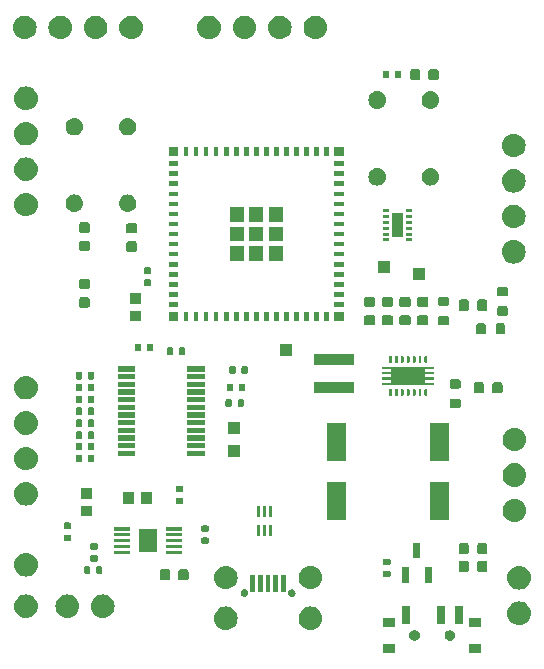
<source format=gbr>
%TF.GenerationSoftware,KiCad,Pcbnew,8.0.6*%
%TF.CreationDate,2025-01-16T10:56:52-08:00*%
%TF.ProjectId,DeskCleanerRobot2,4465736b-436c-4656-916e-6572526f626f,rev?*%
%TF.SameCoordinates,Original*%
%TF.FileFunction,Soldermask,Top*%
%TF.FilePolarity,Negative*%
%FSLAX46Y46*%
G04 Gerber Fmt 4.6, Leading zero omitted, Abs format (unit mm)*
G04 Created by KiCad (PCBNEW 8.0.6) date 2025-01-16 10:56:52*
%MOMM*%
%LPD*%
G01*
G04 APERTURE LIST*
G04 APERTURE END LIST*
G36*
X131750000Y-86475000D02*
G01*
X130750000Y-86475000D01*
X130750000Y-85675000D01*
X131750000Y-85675000D01*
X131750000Y-86475000D01*
G37*
G36*
X139050000Y-86475000D02*
G01*
X138050000Y-86475000D01*
X138050000Y-85675000D01*
X139050000Y-85675000D01*
X139050000Y-86475000D01*
G37*
G36*
X133586937Y-84565666D02*
G01*
X133694687Y-84634913D01*
X133778564Y-84731712D01*
X133831772Y-84848220D01*
X133850000Y-84975000D01*
X133831772Y-85101780D01*
X133778564Y-85218288D01*
X133694687Y-85315087D01*
X133586937Y-85384334D01*
X133464042Y-85420420D01*
X133335958Y-85420420D01*
X133213063Y-85384334D01*
X133105313Y-85315087D01*
X133021436Y-85218288D01*
X132968228Y-85101780D01*
X132950000Y-84975000D01*
X132968228Y-84848220D01*
X133021436Y-84731712D01*
X133105313Y-84634913D01*
X133213063Y-84565666D01*
X133335958Y-84529580D01*
X133464042Y-84529580D01*
X133586937Y-84565666D01*
G37*
G36*
X136586937Y-84565666D02*
G01*
X136694687Y-84634913D01*
X136778564Y-84731712D01*
X136831772Y-84848220D01*
X136850000Y-84975000D01*
X136831772Y-85101780D01*
X136778564Y-85218288D01*
X136694687Y-85315087D01*
X136586937Y-85384334D01*
X136464042Y-85420420D01*
X136335958Y-85420420D01*
X136213063Y-85384334D01*
X136105313Y-85315087D01*
X136021436Y-85218288D01*
X135968228Y-85101780D01*
X135950000Y-84975000D01*
X135968228Y-84848220D01*
X136021436Y-84731712D01*
X136105313Y-84634913D01*
X136213063Y-84565666D01*
X136335958Y-84529580D01*
X136464042Y-84529580D01*
X136586937Y-84565666D01*
G37*
G36*
X117619603Y-82551667D02*
G01*
X117806727Y-82608430D01*
X117979181Y-82700609D01*
X118130339Y-82824661D01*
X118254391Y-82975819D01*
X118346570Y-83148273D01*
X118403333Y-83335397D01*
X118422500Y-83530000D01*
X118403333Y-83724603D01*
X118346570Y-83911727D01*
X118254391Y-84084181D01*
X118130339Y-84235339D01*
X117979181Y-84359391D01*
X117806727Y-84451570D01*
X117619603Y-84508333D01*
X117425000Y-84527500D01*
X117230397Y-84508333D01*
X117043273Y-84451570D01*
X116870819Y-84359391D01*
X116719661Y-84235339D01*
X116595609Y-84084181D01*
X116503430Y-83911727D01*
X116446667Y-83724603D01*
X116427500Y-83530000D01*
X116446667Y-83335397D01*
X116503430Y-83148273D01*
X116595609Y-82975819D01*
X116719661Y-82824661D01*
X116870819Y-82700609D01*
X117043273Y-82608430D01*
X117230397Y-82551667D01*
X117425000Y-82532500D01*
X117619603Y-82551667D01*
G37*
G36*
X124769603Y-82551667D02*
G01*
X124956727Y-82608430D01*
X125129181Y-82700609D01*
X125280339Y-82824661D01*
X125404391Y-82975819D01*
X125496570Y-83148273D01*
X125553333Y-83335397D01*
X125572500Y-83530000D01*
X125553333Y-83724603D01*
X125496570Y-83911727D01*
X125404391Y-84084181D01*
X125280339Y-84235339D01*
X125129181Y-84359391D01*
X124956727Y-84451570D01*
X124769603Y-84508333D01*
X124575000Y-84527500D01*
X124380397Y-84508333D01*
X124193273Y-84451570D01*
X124020819Y-84359391D01*
X123869661Y-84235339D01*
X123745609Y-84084181D01*
X123653430Y-83911727D01*
X123596667Y-83724603D01*
X123577500Y-83530000D01*
X123596667Y-83335397D01*
X123653430Y-83148273D01*
X123745609Y-82975819D01*
X123869661Y-82824661D01*
X124020819Y-82700609D01*
X124193273Y-82608430D01*
X124380397Y-82551667D01*
X124575000Y-82532500D01*
X124769603Y-82551667D01*
G37*
G36*
X131750000Y-84275000D02*
G01*
X130750000Y-84275000D01*
X130750000Y-83475000D01*
X131750000Y-83475000D01*
X131750000Y-84275000D01*
G37*
G36*
X139050000Y-84275000D02*
G01*
X138050000Y-84275000D01*
X138050000Y-83475000D01*
X139050000Y-83475000D01*
X139050000Y-84275000D01*
G37*
G36*
X142445090Y-82119215D02*
G01*
X142632683Y-82176120D01*
X142805570Y-82268530D01*
X142957107Y-82392893D01*
X143081470Y-82544430D01*
X143173880Y-82717317D01*
X143230785Y-82904910D01*
X143250000Y-83100000D01*
X143230785Y-83295090D01*
X143173880Y-83482683D01*
X143081470Y-83655570D01*
X142957107Y-83807107D01*
X142805570Y-83931470D01*
X142632683Y-84023880D01*
X142445090Y-84080785D01*
X142250000Y-84100000D01*
X142054910Y-84080785D01*
X141867317Y-84023880D01*
X141694430Y-83931470D01*
X141542893Y-83807107D01*
X141418530Y-83655570D01*
X141326120Y-83482683D01*
X141269215Y-83295090D01*
X141250000Y-83100000D01*
X141269215Y-82904910D01*
X141326120Y-82717317D01*
X141418530Y-82544430D01*
X141542893Y-82392893D01*
X141694430Y-82268530D01*
X141867317Y-82176120D01*
X142054910Y-82119215D01*
X142250000Y-82100000D01*
X142445090Y-82119215D01*
G37*
G36*
X133000000Y-83975000D02*
G01*
X132300000Y-83975000D01*
X132300000Y-82475000D01*
X133000000Y-82475000D01*
X133000000Y-83975000D01*
G37*
G36*
X136000000Y-83975000D02*
G01*
X135300000Y-83975000D01*
X135300000Y-82475000D01*
X136000000Y-82475000D01*
X136000000Y-83975000D01*
G37*
G36*
X137500000Y-83975000D02*
G01*
X136800000Y-83975000D01*
X136800000Y-82475000D01*
X137500000Y-82475000D01*
X137500000Y-83975000D01*
G37*
G36*
X100695090Y-81519215D02*
G01*
X100882683Y-81576120D01*
X101055570Y-81668530D01*
X101207107Y-81792893D01*
X101331470Y-81944430D01*
X101423880Y-82117317D01*
X101480785Y-82304910D01*
X101500000Y-82500000D01*
X101480785Y-82695090D01*
X101423880Y-82882683D01*
X101331470Y-83055570D01*
X101207107Y-83207107D01*
X101055570Y-83331470D01*
X100882683Y-83423880D01*
X100695090Y-83480785D01*
X100500000Y-83500000D01*
X100304910Y-83480785D01*
X100117317Y-83423880D01*
X99944430Y-83331470D01*
X99792893Y-83207107D01*
X99668530Y-83055570D01*
X99576120Y-82882683D01*
X99519215Y-82695090D01*
X99500000Y-82500000D01*
X99519215Y-82304910D01*
X99576120Y-82117317D01*
X99668530Y-81944430D01*
X99792893Y-81792893D01*
X99944430Y-81668530D01*
X100117317Y-81576120D01*
X100304910Y-81519215D01*
X100500000Y-81500000D01*
X100695090Y-81519215D01*
G37*
G36*
X104195090Y-81519215D02*
G01*
X104382683Y-81576120D01*
X104555570Y-81668530D01*
X104707107Y-81792893D01*
X104831470Y-81944430D01*
X104923880Y-82117317D01*
X104980785Y-82304910D01*
X105000000Y-82500000D01*
X104980785Y-82695090D01*
X104923880Y-82882683D01*
X104831470Y-83055570D01*
X104707107Y-83207107D01*
X104555570Y-83331470D01*
X104382683Y-83423880D01*
X104195090Y-83480785D01*
X104000000Y-83500000D01*
X103804910Y-83480785D01*
X103617317Y-83423880D01*
X103444430Y-83331470D01*
X103292893Y-83207107D01*
X103168530Y-83055570D01*
X103076120Y-82882683D01*
X103019215Y-82695090D01*
X103000000Y-82500000D01*
X103019215Y-82304910D01*
X103076120Y-82117317D01*
X103168530Y-81944430D01*
X103292893Y-81792893D01*
X103444430Y-81668530D01*
X103617317Y-81576120D01*
X103804910Y-81519215D01*
X104000000Y-81500000D01*
X104195090Y-81519215D01*
G37*
G36*
X107195090Y-81519215D02*
G01*
X107382683Y-81576120D01*
X107555570Y-81668530D01*
X107707107Y-81792893D01*
X107831470Y-81944430D01*
X107923880Y-82117317D01*
X107980785Y-82304910D01*
X108000000Y-82500000D01*
X107980785Y-82695090D01*
X107923880Y-82882683D01*
X107831470Y-83055570D01*
X107707107Y-83207107D01*
X107555570Y-83331470D01*
X107382683Y-83423880D01*
X107195090Y-83480785D01*
X107000000Y-83500000D01*
X106804910Y-83480785D01*
X106617317Y-83423880D01*
X106444430Y-83331470D01*
X106292893Y-83207107D01*
X106168530Y-83055570D01*
X106076120Y-82882683D01*
X106019215Y-82695090D01*
X106000000Y-82500000D01*
X106019215Y-82304910D01*
X106076120Y-82117317D01*
X106168530Y-81944430D01*
X106292893Y-81792893D01*
X106444430Y-81668530D01*
X106617317Y-81576120D01*
X106804910Y-81519215D01*
X107000000Y-81500000D01*
X107195090Y-81519215D01*
G37*
G36*
X119027174Y-81079937D02*
G01*
X119056436Y-81079937D01*
X119078978Y-81088141D01*
X119100237Y-81091509D01*
X119130265Y-81106809D01*
X119162500Y-81118542D01*
X119176735Y-81130487D01*
X119190658Y-81137581D01*
X119219175Y-81166098D01*
X119248964Y-81191094D01*
X119255511Y-81202434D01*
X119262418Y-81209341D01*
X119284345Y-81252375D01*
X119305400Y-81288843D01*
X119306708Y-81296266D01*
X119308490Y-81299762D01*
X119318770Y-81364668D01*
X119325000Y-81400000D01*
X119318769Y-81435335D01*
X119308490Y-81500237D01*
X119306709Y-81503731D01*
X119305400Y-81511157D01*
X119284340Y-81547631D01*
X119262418Y-81590658D01*
X119255512Y-81597563D01*
X119248964Y-81608906D01*
X119219168Y-81633907D01*
X119190658Y-81662418D01*
X119176738Y-81669510D01*
X119162500Y-81681458D01*
X119130258Y-81693193D01*
X119100237Y-81708490D01*
X119078983Y-81711856D01*
X119056436Y-81720063D01*
X119027168Y-81720063D01*
X119000000Y-81724366D01*
X118972832Y-81720063D01*
X118943564Y-81720063D01*
X118921017Y-81711856D01*
X118899762Y-81708490D01*
X118869737Y-81693191D01*
X118837500Y-81681458D01*
X118823262Y-81669511D01*
X118809341Y-81662418D01*
X118780824Y-81633901D01*
X118751036Y-81608906D01*
X118744488Y-81597565D01*
X118737581Y-81590658D01*
X118715650Y-81547617D01*
X118694600Y-81511157D01*
X118693291Y-81503734D01*
X118691509Y-81500237D01*
X118681220Y-81435279D01*
X118675000Y-81400000D01*
X118681220Y-81364723D01*
X118691509Y-81299762D01*
X118693291Y-81296263D01*
X118694600Y-81288843D01*
X118715646Y-81252390D01*
X118737581Y-81209341D01*
X118744489Y-81202432D01*
X118751036Y-81191094D01*
X118780818Y-81166103D01*
X118809341Y-81137581D01*
X118823265Y-81130485D01*
X118837500Y-81118542D01*
X118869731Y-81106810D01*
X118899762Y-81091509D01*
X118921022Y-81088141D01*
X118943564Y-81079937D01*
X118972825Y-81079937D01*
X119000000Y-81075633D01*
X119027174Y-81079937D01*
G37*
G36*
X123027174Y-81079937D02*
G01*
X123056436Y-81079937D01*
X123078978Y-81088141D01*
X123100237Y-81091509D01*
X123130265Y-81106809D01*
X123162500Y-81118542D01*
X123176735Y-81130487D01*
X123190658Y-81137581D01*
X123219175Y-81166098D01*
X123248964Y-81191094D01*
X123255511Y-81202434D01*
X123262418Y-81209341D01*
X123284345Y-81252375D01*
X123305400Y-81288843D01*
X123306708Y-81296266D01*
X123308490Y-81299762D01*
X123318770Y-81364668D01*
X123325000Y-81400000D01*
X123318769Y-81435335D01*
X123308490Y-81500237D01*
X123306709Y-81503731D01*
X123305400Y-81511157D01*
X123284340Y-81547631D01*
X123262418Y-81590658D01*
X123255512Y-81597563D01*
X123248964Y-81608906D01*
X123219168Y-81633907D01*
X123190658Y-81662418D01*
X123176738Y-81669510D01*
X123162500Y-81681458D01*
X123130258Y-81693193D01*
X123100237Y-81708490D01*
X123078983Y-81711856D01*
X123056436Y-81720063D01*
X123027168Y-81720063D01*
X123000000Y-81724366D01*
X122972832Y-81720063D01*
X122943564Y-81720063D01*
X122921017Y-81711856D01*
X122899762Y-81708490D01*
X122869737Y-81693191D01*
X122837500Y-81681458D01*
X122823262Y-81669511D01*
X122809341Y-81662418D01*
X122780824Y-81633901D01*
X122751036Y-81608906D01*
X122744488Y-81597565D01*
X122737581Y-81590658D01*
X122715650Y-81547617D01*
X122694600Y-81511157D01*
X122693291Y-81503734D01*
X122691509Y-81500237D01*
X122681220Y-81435279D01*
X122675000Y-81400000D01*
X122681220Y-81364723D01*
X122691509Y-81299762D01*
X122693291Y-81296263D01*
X122694600Y-81288843D01*
X122715646Y-81252390D01*
X122737581Y-81209341D01*
X122744489Y-81202432D01*
X122751036Y-81191094D01*
X122780818Y-81166103D01*
X122809341Y-81137581D01*
X122823265Y-81130485D01*
X122837500Y-81118542D01*
X122869731Y-81106810D01*
X122899762Y-81091509D01*
X122921022Y-81088141D01*
X122943564Y-81079937D01*
X122972825Y-81079937D01*
X123000000Y-81075633D01*
X123027174Y-81079937D01*
G37*
G36*
X119900000Y-81280000D02*
G01*
X119500000Y-81280000D01*
X119500000Y-79880000D01*
X119900000Y-79880000D01*
X119900000Y-81280000D01*
G37*
G36*
X120550000Y-81280000D02*
G01*
X120150000Y-81280000D01*
X120150000Y-79880000D01*
X120550000Y-79880000D01*
X120550000Y-81280000D01*
G37*
G36*
X121200000Y-81280000D02*
G01*
X120800000Y-81280000D01*
X120800000Y-79880000D01*
X121200000Y-79880000D01*
X121200000Y-81280000D01*
G37*
G36*
X121850000Y-81280000D02*
G01*
X121450000Y-81280000D01*
X121450000Y-79880000D01*
X121850000Y-79880000D01*
X121850000Y-81280000D01*
G37*
G36*
X122500000Y-81280000D02*
G01*
X122100000Y-81280000D01*
X122100000Y-79880000D01*
X122500000Y-79880000D01*
X122500000Y-81280000D01*
G37*
G36*
X142445090Y-79119215D02*
G01*
X142632683Y-79176120D01*
X142805570Y-79268530D01*
X142957107Y-79392893D01*
X143081470Y-79544430D01*
X143173880Y-79717317D01*
X143230785Y-79904910D01*
X143250000Y-80100000D01*
X143230785Y-80295090D01*
X143173880Y-80482683D01*
X143081470Y-80655570D01*
X142957107Y-80807107D01*
X142805570Y-80931470D01*
X142632683Y-81023880D01*
X142445090Y-81080785D01*
X142250000Y-81100000D01*
X142054910Y-81080785D01*
X141867317Y-81023880D01*
X141694430Y-80931470D01*
X141542893Y-80807107D01*
X141418530Y-80655570D01*
X141326120Y-80482683D01*
X141269215Y-80295090D01*
X141250000Y-80100000D01*
X141269215Y-79904910D01*
X141326120Y-79717317D01*
X141418530Y-79544430D01*
X141542893Y-79392893D01*
X141694430Y-79268530D01*
X141867317Y-79176120D01*
X142054910Y-79119215D01*
X142250000Y-79100000D01*
X142445090Y-79119215D01*
G37*
G36*
X117619603Y-79101667D02*
G01*
X117806727Y-79158430D01*
X117979181Y-79250609D01*
X118130339Y-79374661D01*
X118254391Y-79525819D01*
X118346570Y-79698273D01*
X118403333Y-79885397D01*
X118422500Y-80080000D01*
X118403333Y-80274603D01*
X118346570Y-80461727D01*
X118254391Y-80634181D01*
X118130339Y-80785339D01*
X117979181Y-80909391D01*
X117806727Y-81001570D01*
X117619603Y-81058333D01*
X117425000Y-81077500D01*
X117230397Y-81058333D01*
X117043273Y-81001570D01*
X116870819Y-80909391D01*
X116719661Y-80785339D01*
X116595609Y-80634181D01*
X116503430Y-80461727D01*
X116446667Y-80274603D01*
X116427500Y-80080000D01*
X116446667Y-79885397D01*
X116503430Y-79698273D01*
X116595609Y-79525819D01*
X116719661Y-79374661D01*
X116870819Y-79250609D01*
X117043273Y-79158430D01*
X117230397Y-79101667D01*
X117425000Y-79082500D01*
X117619603Y-79101667D01*
G37*
G36*
X124769603Y-79101667D02*
G01*
X124956727Y-79158430D01*
X125129181Y-79250609D01*
X125280339Y-79374661D01*
X125404391Y-79525819D01*
X125496570Y-79698273D01*
X125553333Y-79885397D01*
X125572500Y-80080000D01*
X125553333Y-80274603D01*
X125496570Y-80461727D01*
X125404391Y-80634181D01*
X125280339Y-80785339D01*
X125129181Y-80909391D01*
X124956727Y-81001570D01*
X124769603Y-81058333D01*
X124575000Y-81077500D01*
X124380397Y-81058333D01*
X124193273Y-81001570D01*
X124020819Y-80909391D01*
X123869661Y-80785339D01*
X123745609Y-80634181D01*
X123653430Y-80461727D01*
X123596667Y-80274603D01*
X123577500Y-80080000D01*
X123596667Y-79885397D01*
X123653430Y-79698273D01*
X123745609Y-79525819D01*
X123869661Y-79374661D01*
X124020819Y-79250609D01*
X124193273Y-79158430D01*
X124380397Y-79101667D01*
X124575000Y-79082500D01*
X124769603Y-79101667D01*
G37*
G36*
X132950000Y-80525000D02*
G01*
X132350000Y-80525000D01*
X132350000Y-79225000D01*
X132950000Y-79225000D01*
X132950000Y-80525000D01*
G37*
G36*
X134850000Y-80525000D02*
G01*
X134250000Y-80525000D01*
X134250000Y-79225000D01*
X134850000Y-79225000D01*
X134850000Y-80525000D01*
G37*
G36*
X112586104Y-79392127D02*
G01*
X112659099Y-79440901D01*
X112707873Y-79513896D01*
X112725000Y-79600000D01*
X112725000Y-80100000D01*
X112707873Y-80186104D01*
X112659099Y-80259099D01*
X112586104Y-80307873D01*
X112500000Y-80325000D01*
X112050000Y-80325000D01*
X111963896Y-80307873D01*
X111890901Y-80259099D01*
X111842127Y-80186104D01*
X111825000Y-80100000D01*
X111825000Y-79600000D01*
X111842127Y-79513896D01*
X111890901Y-79440901D01*
X111963896Y-79392127D01*
X112050000Y-79375000D01*
X112500000Y-79375000D01*
X112586104Y-79392127D01*
G37*
G36*
X114136104Y-79392127D02*
G01*
X114209099Y-79440901D01*
X114257873Y-79513896D01*
X114275000Y-79600000D01*
X114275000Y-80100000D01*
X114257873Y-80186104D01*
X114209099Y-80259099D01*
X114136104Y-80307873D01*
X114050000Y-80325000D01*
X113600000Y-80325000D01*
X113513896Y-80307873D01*
X113440901Y-80259099D01*
X113392127Y-80186104D01*
X113375000Y-80100000D01*
X113375000Y-79600000D01*
X113392127Y-79513896D01*
X113440901Y-79440901D01*
X113513896Y-79392127D01*
X113600000Y-79375000D01*
X114050000Y-79375000D01*
X114136104Y-79392127D01*
G37*
G36*
X131286662Y-79525276D02*
G01*
X131330459Y-79554541D01*
X131359724Y-79598338D01*
X131370000Y-79650000D01*
X131370000Y-79920000D01*
X131359724Y-79971662D01*
X131330459Y-80015459D01*
X131286662Y-80044724D01*
X131235000Y-80055000D01*
X130865000Y-80055000D01*
X130813338Y-80044724D01*
X130769541Y-80015459D01*
X130740276Y-79971662D01*
X130730000Y-79920000D01*
X130730000Y-79650000D01*
X130740276Y-79598338D01*
X130769541Y-79554541D01*
X130813338Y-79525276D01*
X130865000Y-79515000D01*
X131235000Y-79515000D01*
X131286662Y-79525276D01*
G37*
G36*
X100695090Y-78019215D02*
G01*
X100882683Y-78076120D01*
X101055570Y-78168530D01*
X101207107Y-78292893D01*
X101331470Y-78444430D01*
X101423880Y-78617317D01*
X101480785Y-78804910D01*
X101500000Y-79000000D01*
X101480785Y-79195090D01*
X101423880Y-79382683D01*
X101331470Y-79555570D01*
X101207107Y-79707107D01*
X101055570Y-79831470D01*
X100882683Y-79923880D01*
X100695090Y-79980785D01*
X100500000Y-80000000D01*
X100304910Y-79980785D01*
X100117317Y-79923880D01*
X99944430Y-79831470D01*
X99792893Y-79707107D01*
X99668530Y-79555570D01*
X99576120Y-79382683D01*
X99519215Y-79195090D01*
X99500000Y-79000000D01*
X99519215Y-78804910D01*
X99576120Y-78617317D01*
X99668530Y-78444430D01*
X99792893Y-78292893D01*
X99944430Y-78168530D01*
X100117317Y-78076120D01*
X100304910Y-78019215D01*
X100500000Y-78000000D01*
X100695090Y-78019215D01*
G37*
G36*
X105876662Y-79140276D02*
G01*
X105920459Y-79169541D01*
X105949724Y-79213338D01*
X105960000Y-79265000D01*
X105960000Y-79635000D01*
X105949724Y-79686662D01*
X105920459Y-79730459D01*
X105876662Y-79759724D01*
X105825000Y-79770000D01*
X105555000Y-79770000D01*
X105503338Y-79759724D01*
X105459541Y-79730459D01*
X105430276Y-79686662D01*
X105420000Y-79635000D01*
X105420000Y-79265000D01*
X105430276Y-79213338D01*
X105459541Y-79169541D01*
X105503338Y-79140276D01*
X105555000Y-79130000D01*
X105825000Y-79130000D01*
X105876662Y-79140276D01*
G37*
G36*
X106896662Y-79140276D02*
G01*
X106940459Y-79169541D01*
X106969724Y-79213338D01*
X106980000Y-79265000D01*
X106980000Y-79635000D01*
X106969724Y-79686662D01*
X106940459Y-79730459D01*
X106896662Y-79759724D01*
X106845000Y-79770000D01*
X106575000Y-79770000D01*
X106523338Y-79759724D01*
X106479541Y-79730459D01*
X106450276Y-79686662D01*
X106440000Y-79635000D01*
X106440000Y-79265000D01*
X106450276Y-79213338D01*
X106479541Y-79169541D01*
X106523338Y-79140276D01*
X106575000Y-79130000D01*
X106845000Y-79130000D01*
X106896662Y-79140276D01*
G37*
G36*
X137886104Y-78667127D02*
G01*
X137959099Y-78715901D01*
X138007873Y-78788896D01*
X138025000Y-78875000D01*
X138025000Y-79375000D01*
X138007873Y-79461104D01*
X137959099Y-79534099D01*
X137886104Y-79582873D01*
X137800000Y-79600000D01*
X137350000Y-79600000D01*
X137263896Y-79582873D01*
X137190901Y-79534099D01*
X137142127Y-79461104D01*
X137125000Y-79375000D01*
X137125000Y-78875000D01*
X137142127Y-78788896D01*
X137190901Y-78715901D01*
X137263896Y-78667127D01*
X137350000Y-78650000D01*
X137800000Y-78650000D01*
X137886104Y-78667127D01*
G37*
G36*
X139436104Y-78667127D02*
G01*
X139509099Y-78715901D01*
X139557873Y-78788896D01*
X139575000Y-78875000D01*
X139575000Y-79375000D01*
X139557873Y-79461104D01*
X139509099Y-79534099D01*
X139436104Y-79582873D01*
X139350000Y-79600000D01*
X138900000Y-79600000D01*
X138813896Y-79582873D01*
X138740901Y-79534099D01*
X138692127Y-79461104D01*
X138675000Y-79375000D01*
X138675000Y-78875000D01*
X138692127Y-78788896D01*
X138740901Y-78715901D01*
X138813896Y-78667127D01*
X138900000Y-78650000D01*
X139350000Y-78650000D01*
X139436104Y-78667127D01*
G37*
G36*
X131286662Y-78505276D02*
G01*
X131330459Y-78534541D01*
X131359724Y-78578338D01*
X131370000Y-78630000D01*
X131370000Y-78900000D01*
X131359724Y-78951662D01*
X131330459Y-78995459D01*
X131286662Y-79024724D01*
X131235000Y-79035000D01*
X130865000Y-79035000D01*
X130813338Y-79024724D01*
X130769541Y-78995459D01*
X130740276Y-78951662D01*
X130730000Y-78900000D01*
X130730000Y-78630000D01*
X130740276Y-78578338D01*
X130769541Y-78534541D01*
X130813338Y-78505276D01*
X130865000Y-78495000D01*
X131235000Y-78495000D01*
X131286662Y-78505276D01*
G37*
G36*
X106486662Y-78200276D02*
G01*
X106530459Y-78229541D01*
X106559724Y-78273338D01*
X106570000Y-78325000D01*
X106570000Y-78595000D01*
X106559724Y-78646662D01*
X106530459Y-78690459D01*
X106486662Y-78719724D01*
X106435000Y-78730000D01*
X106065000Y-78730000D01*
X106013338Y-78719724D01*
X105969541Y-78690459D01*
X105940276Y-78646662D01*
X105930000Y-78595000D01*
X105930000Y-78325000D01*
X105940276Y-78273338D01*
X105969541Y-78229541D01*
X106013338Y-78200276D01*
X106065000Y-78190000D01*
X106435000Y-78190000D01*
X106486662Y-78200276D01*
G37*
G36*
X133900000Y-78425000D02*
G01*
X133300000Y-78425000D01*
X133300000Y-77125000D01*
X133900000Y-77125000D01*
X133900000Y-78425000D01*
G37*
G36*
X109350000Y-78100000D02*
G01*
X107950000Y-78100000D01*
X107950000Y-77800000D01*
X109350000Y-77800000D01*
X109350000Y-78100000D01*
G37*
G36*
X113750000Y-78100000D02*
G01*
X112350000Y-78100000D01*
X112350000Y-77800000D01*
X113750000Y-77800000D01*
X113750000Y-78100000D01*
G37*
G36*
X137886104Y-77167127D02*
G01*
X137959099Y-77215901D01*
X138007873Y-77288896D01*
X138025000Y-77375000D01*
X138025000Y-77875000D01*
X138007873Y-77961104D01*
X137959099Y-78034099D01*
X137886104Y-78082873D01*
X137800000Y-78100000D01*
X137350000Y-78100000D01*
X137263896Y-78082873D01*
X137190901Y-78034099D01*
X137142127Y-77961104D01*
X137125000Y-77875000D01*
X137125000Y-77375000D01*
X137142127Y-77288896D01*
X137190901Y-77215901D01*
X137263896Y-77167127D01*
X137350000Y-77150000D01*
X137800000Y-77150000D01*
X137886104Y-77167127D01*
G37*
G36*
X139436104Y-77167127D02*
G01*
X139509099Y-77215901D01*
X139557873Y-77288896D01*
X139575000Y-77375000D01*
X139575000Y-77875000D01*
X139557873Y-77961104D01*
X139509099Y-78034099D01*
X139436104Y-78082873D01*
X139350000Y-78100000D01*
X138900000Y-78100000D01*
X138813896Y-78082873D01*
X138740901Y-78034099D01*
X138692127Y-77961104D01*
X138675000Y-77875000D01*
X138675000Y-77375000D01*
X138692127Y-77288896D01*
X138740901Y-77215901D01*
X138813896Y-77167127D01*
X138900000Y-77150000D01*
X139350000Y-77150000D01*
X139436104Y-77167127D01*
G37*
G36*
X111635000Y-77890000D02*
G01*
X110065000Y-77890000D01*
X110065000Y-76010000D01*
X111635000Y-76010000D01*
X111635000Y-77890000D01*
G37*
G36*
X106486662Y-77180276D02*
G01*
X106530459Y-77209541D01*
X106559724Y-77253338D01*
X106570000Y-77305000D01*
X106570000Y-77575000D01*
X106559724Y-77626662D01*
X106530459Y-77670459D01*
X106486662Y-77699724D01*
X106435000Y-77710000D01*
X106065000Y-77710000D01*
X106013338Y-77699724D01*
X105969541Y-77670459D01*
X105940276Y-77626662D01*
X105930000Y-77575000D01*
X105930000Y-77305000D01*
X105940276Y-77253338D01*
X105969541Y-77209541D01*
X106013338Y-77180276D01*
X106065000Y-77170000D01*
X106435000Y-77170000D01*
X106486662Y-77180276D01*
G37*
G36*
X109350000Y-77600000D02*
G01*
X107950000Y-77600000D01*
X107950000Y-77300000D01*
X109350000Y-77300000D01*
X109350000Y-77600000D01*
G37*
G36*
X113750000Y-77600000D02*
G01*
X112350000Y-77600000D01*
X112350000Y-77300000D01*
X113750000Y-77300000D01*
X113750000Y-77600000D01*
G37*
G36*
X115886662Y-76700276D02*
G01*
X115930459Y-76729541D01*
X115959724Y-76773338D01*
X115970000Y-76825000D01*
X115970000Y-77095000D01*
X115959724Y-77146662D01*
X115930459Y-77190459D01*
X115886662Y-77219724D01*
X115835000Y-77230000D01*
X115465000Y-77230000D01*
X115413338Y-77219724D01*
X115369541Y-77190459D01*
X115340276Y-77146662D01*
X115330000Y-77095000D01*
X115330000Y-76825000D01*
X115340276Y-76773338D01*
X115369541Y-76729541D01*
X115413338Y-76700276D01*
X115465000Y-76690000D01*
X115835000Y-76690000D01*
X115886662Y-76700276D01*
G37*
G36*
X109350000Y-77100000D02*
G01*
X107950000Y-77100000D01*
X107950000Y-76800000D01*
X109350000Y-76800000D01*
X109350000Y-77100000D01*
G37*
G36*
X113750000Y-77100000D02*
G01*
X112350000Y-77100000D01*
X112350000Y-76800000D01*
X113750000Y-76800000D01*
X113750000Y-77100000D01*
G37*
G36*
X104236662Y-76450276D02*
G01*
X104280459Y-76479541D01*
X104309724Y-76523338D01*
X104320000Y-76575000D01*
X104320000Y-76845000D01*
X104309724Y-76896662D01*
X104280459Y-76940459D01*
X104236662Y-76969724D01*
X104185000Y-76980000D01*
X103815000Y-76980000D01*
X103763338Y-76969724D01*
X103719541Y-76940459D01*
X103690276Y-76896662D01*
X103680000Y-76845000D01*
X103680000Y-76575000D01*
X103690276Y-76523338D01*
X103719541Y-76479541D01*
X103763338Y-76450276D01*
X103815000Y-76440000D01*
X104185000Y-76440000D01*
X104236662Y-76450276D01*
G37*
G36*
X109350000Y-76600000D02*
G01*
X107950000Y-76600000D01*
X107950000Y-76300000D01*
X109350000Y-76300000D01*
X109350000Y-76600000D01*
G37*
G36*
X113750000Y-76600000D02*
G01*
X112350000Y-76600000D01*
X112350000Y-76300000D01*
X113750000Y-76300000D01*
X113750000Y-76600000D01*
G37*
G36*
X120350000Y-76595000D02*
G01*
X120050000Y-76595000D01*
X120050000Y-75605000D01*
X120350000Y-75605000D01*
X120350000Y-76595000D01*
G37*
G36*
X120850000Y-76595000D02*
G01*
X120550000Y-76595000D01*
X120550000Y-75605000D01*
X120850000Y-75605000D01*
X120850000Y-76595000D01*
G37*
G36*
X121350000Y-76595000D02*
G01*
X121050000Y-76595000D01*
X121050000Y-75605000D01*
X121350000Y-75605000D01*
X121350000Y-76595000D01*
G37*
G36*
X115886662Y-75680276D02*
G01*
X115930459Y-75709541D01*
X115959724Y-75753338D01*
X115970000Y-75805000D01*
X115970000Y-76075000D01*
X115959724Y-76126662D01*
X115930459Y-76170459D01*
X115886662Y-76199724D01*
X115835000Y-76210000D01*
X115465000Y-76210000D01*
X115413338Y-76199724D01*
X115369541Y-76170459D01*
X115340276Y-76126662D01*
X115330000Y-76075000D01*
X115330000Y-75805000D01*
X115340276Y-75753338D01*
X115369541Y-75709541D01*
X115413338Y-75680276D01*
X115465000Y-75670000D01*
X115835000Y-75670000D01*
X115886662Y-75680276D01*
G37*
G36*
X109350000Y-76100000D02*
G01*
X107950000Y-76100000D01*
X107950000Y-75800000D01*
X109350000Y-75800000D01*
X109350000Y-76100000D01*
G37*
G36*
X113750000Y-76100000D02*
G01*
X112350000Y-76100000D01*
X112350000Y-75800000D01*
X113750000Y-75800000D01*
X113750000Y-76100000D01*
G37*
G36*
X104236662Y-75430276D02*
G01*
X104280459Y-75459541D01*
X104309724Y-75503338D01*
X104320000Y-75555000D01*
X104320000Y-75825000D01*
X104309724Y-75876662D01*
X104280459Y-75920459D01*
X104236662Y-75949724D01*
X104185000Y-75960000D01*
X103815000Y-75960000D01*
X103763338Y-75949724D01*
X103719541Y-75920459D01*
X103690276Y-75876662D01*
X103680000Y-75825000D01*
X103680000Y-75555000D01*
X103690276Y-75503338D01*
X103719541Y-75459541D01*
X103763338Y-75430276D01*
X103815000Y-75420000D01*
X104185000Y-75420000D01*
X104236662Y-75430276D01*
G37*
G36*
X142045090Y-73419215D02*
G01*
X142232683Y-73476120D01*
X142405570Y-73568530D01*
X142557107Y-73692893D01*
X142681470Y-73844430D01*
X142773880Y-74017317D01*
X142830785Y-74204910D01*
X142850000Y-74400000D01*
X142830785Y-74595090D01*
X142773880Y-74782683D01*
X142681470Y-74955570D01*
X142557107Y-75107107D01*
X142405570Y-75231470D01*
X142232683Y-75323880D01*
X142045090Y-75380785D01*
X141850000Y-75400000D01*
X141654910Y-75380785D01*
X141467317Y-75323880D01*
X141294430Y-75231470D01*
X141142893Y-75107107D01*
X141018530Y-74955570D01*
X140926120Y-74782683D01*
X140869215Y-74595090D01*
X140850000Y-74400000D01*
X140869215Y-74204910D01*
X140926120Y-74017317D01*
X141018530Y-73844430D01*
X141142893Y-73692893D01*
X141294430Y-73568530D01*
X141467317Y-73476120D01*
X141654910Y-73419215D01*
X141850000Y-73400000D01*
X142045090Y-73419215D01*
G37*
G36*
X127600000Y-75200000D02*
G01*
X126000000Y-75200000D01*
X126000000Y-72000000D01*
X127600000Y-72000000D01*
X127600000Y-75200000D01*
G37*
G36*
X136300000Y-75200000D02*
G01*
X134700000Y-75200000D01*
X134700000Y-72000000D01*
X136300000Y-72000000D01*
X136300000Y-75200000D01*
G37*
G36*
X120350000Y-74985000D02*
G01*
X120050000Y-74985000D01*
X120050000Y-73995000D01*
X120350000Y-73995000D01*
X120350000Y-74985000D01*
G37*
G36*
X120850000Y-74985000D02*
G01*
X120550000Y-74985000D01*
X120550000Y-73995000D01*
X120850000Y-73995000D01*
X120850000Y-74985000D01*
G37*
G36*
X121350000Y-74985000D02*
G01*
X121050000Y-74985000D01*
X121050000Y-73995000D01*
X121350000Y-73995000D01*
X121350000Y-74985000D01*
G37*
G36*
X106125000Y-74900000D02*
G01*
X105175000Y-74900000D01*
X105175000Y-74000000D01*
X106125000Y-74000000D01*
X106125000Y-74900000D01*
G37*
G36*
X100695090Y-72019215D02*
G01*
X100882683Y-72076120D01*
X101055570Y-72168530D01*
X101207107Y-72292893D01*
X101331470Y-72444430D01*
X101423880Y-72617317D01*
X101480785Y-72804910D01*
X101500000Y-73000000D01*
X101480785Y-73195090D01*
X101423880Y-73382683D01*
X101331470Y-73555570D01*
X101207107Y-73707107D01*
X101055570Y-73831470D01*
X100882683Y-73923880D01*
X100695090Y-73980785D01*
X100500000Y-74000000D01*
X100304910Y-73980785D01*
X100117317Y-73923880D01*
X99944430Y-73831470D01*
X99792893Y-73707107D01*
X99668530Y-73555570D01*
X99576120Y-73382683D01*
X99519215Y-73195090D01*
X99500000Y-73000000D01*
X99519215Y-72804910D01*
X99576120Y-72617317D01*
X99668530Y-72444430D01*
X99792893Y-72292893D01*
X99944430Y-72168530D01*
X100117317Y-72076120D01*
X100304910Y-72019215D01*
X100500000Y-72000000D01*
X100695090Y-72019215D01*
G37*
G36*
X113736662Y-73350276D02*
G01*
X113780459Y-73379541D01*
X113809724Y-73423338D01*
X113820000Y-73475000D01*
X113820000Y-73745000D01*
X113809724Y-73796662D01*
X113780459Y-73840459D01*
X113736662Y-73869724D01*
X113685000Y-73880000D01*
X113315000Y-73880000D01*
X113263338Y-73869724D01*
X113219541Y-73840459D01*
X113190276Y-73796662D01*
X113180000Y-73745000D01*
X113180000Y-73475000D01*
X113190276Y-73423338D01*
X113219541Y-73379541D01*
X113263338Y-73350276D01*
X113315000Y-73340000D01*
X113685000Y-73340000D01*
X113736662Y-73350276D01*
G37*
G36*
X109650000Y-73825000D02*
G01*
X108750000Y-73825000D01*
X108750000Y-72875000D01*
X109650000Y-72875000D01*
X109650000Y-73825000D01*
G37*
G36*
X111150000Y-73825000D02*
G01*
X110250000Y-73825000D01*
X110250000Y-72875000D01*
X111150000Y-72875000D01*
X111150000Y-73825000D01*
G37*
G36*
X106125000Y-73400000D02*
G01*
X105175000Y-73400000D01*
X105175000Y-72500000D01*
X106125000Y-72500000D01*
X106125000Y-73400000D01*
G37*
G36*
X113736662Y-72330276D02*
G01*
X113780459Y-72359541D01*
X113809724Y-72403338D01*
X113820000Y-72455000D01*
X113820000Y-72725000D01*
X113809724Y-72776662D01*
X113780459Y-72820459D01*
X113736662Y-72849724D01*
X113685000Y-72860000D01*
X113315000Y-72860000D01*
X113263338Y-72849724D01*
X113219541Y-72820459D01*
X113190276Y-72776662D01*
X113180000Y-72725000D01*
X113180000Y-72455000D01*
X113190276Y-72403338D01*
X113219541Y-72359541D01*
X113263338Y-72330276D01*
X113315000Y-72320000D01*
X113685000Y-72320000D01*
X113736662Y-72330276D01*
G37*
G36*
X142045090Y-70419215D02*
G01*
X142232683Y-70476120D01*
X142405570Y-70568530D01*
X142557107Y-70692893D01*
X142681470Y-70844430D01*
X142773880Y-71017317D01*
X142830785Y-71204910D01*
X142850000Y-71400000D01*
X142830785Y-71595090D01*
X142773880Y-71782683D01*
X142681470Y-71955570D01*
X142557107Y-72107107D01*
X142405570Y-72231470D01*
X142232683Y-72323880D01*
X142045090Y-72380785D01*
X141850000Y-72400000D01*
X141654910Y-72380785D01*
X141467317Y-72323880D01*
X141294430Y-72231470D01*
X141142893Y-72107107D01*
X141018530Y-71955570D01*
X140926120Y-71782683D01*
X140869215Y-71595090D01*
X140850000Y-71400000D01*
X140869215Y-71204910D01*
X140926120Y-71017317D01*
X141018530Y-70844430D01*
X141142893Y-70692893D01*
X141294430Y-70568530D01*
X141467317Y-70476120D01*
X141654910Y-70419215D01*
X141850000Y-70400000D01*
X142045090Y-70419215D01*
G37*
G36*
X100695090Y-69019215D02*
G01*
X100882683Y-69076120D01*
X101055570Y-69168530D01*
X101207107Y-69292893D01*
X101331470Y-69444430D01*
X101423880Y-69617317D01*
X101480785Y-69804910D01*
X101500000Y-70000000D01*
X101480785Y-70195090D01*
X101423880Y-70382683D01*
X101331470Y-70555570D01*
X101207107Y-70707107D01*
X101055570Y-70831470D01*
X100882683Y-70923880D01*
X100695090Y-70980785D01*
X100500000Y-71000000D01*
X100304910Y-70980785D01*
X100117317Y-70923880D01*
X99944430Y-70831470D01*
X99792893Y-70707107D01*
X99668530Y-70555570D01*
X99576120Y-70382683D01*
X99519215Y-70195090D01*
X99500000Y-70000000D01*
X99519215Y-69804910D01*
X99576120Y-69617317D01*
X99668530Y-69444430D01*
X99792893Y-69292893D01*
X99944430Y-69168530D01*
X100117317Y-69076120D01*
X100304910Y-69019215D01*
X100500000Y-69000000D01*
X100695090Y-69019215D01*
G37*
G36*
X105176662Y-69690276D02*
G01*
X105220459Y-69719541D01*
X105249724Y-69763338D01*
X105260000Y-69815000D01*
X105260000Y-70185000D01*
X105249724Y-70236662D01*
X105220459Y-70280459D01*
X105176662Y-70309724D01*
X105125000Y-70320000D01*
X104855000Y-70320000D01*
X104803338Y-70309724D01*
X104759541Y-70280459D01*
X104730276Y-70236662D01*
X104720000Y-70185000D01*
X104720000Y-69815000D01*
X104730276Y-69763338D01*
X104759541Y-69719541D01*
X104803338Y-69690276D01*
X104855000Y-69680000D01*
X105125000Y-69680000D01*
X105176662Y-69690276D01*
G37*
G36*
X106196662Y-69690276D02*
G01*
X106240459Y-69719541D01*
X106269724Y-69763338D01*
X106280000Y-69815000D01*
X106280000Y-70185000D01*
X106269724Y-70236662D01*
X106240459Y-70280459D01*
X106196662Y-70309724D01*
X106145000Y-70320000D01*
X105875000Y-70320000D01*
X105823338Y-70309724D01*
X105779541Y-70280459D01*
X105750276Y-70236662D01*
X105740000Y-70185000D01*
X105740000Y-69815000D01*
X105750276Y-69763338D01*
X105779541Y-69719541D01*
X105823338Y-69690276D01*
X105875000Y-69680000D01*
X106145000Y-69680000D01*
X106196662Y-69690276D01*
G37*
G36*
X127600000Y-70200000D02*
G01*
X126000000Y-70200000D01*
X126000000Y-67000000D01*
X127600000Y-67000000D01*
X127600000Y-70200000D01*
G37*
G36*
X136300000Y-70200000D02*
G01*
X134700000Y-70200000D01*
X134700000Y-67000000D01*
X136300000Y-67000000D01*
X136300000Y-70200000D01*
G37*
G36*
X118600000Y-69900000D02*
G01*
X117600000Y-69900000D01*
X117600000Y-68900000D01*
X118600000Y-68900000D01*
X118600000Y-69900000D01*
G37*
G36*
X109761500Y-69800000D02*
G01*
X108286500Y-69800000D01*
X108286500Y-69350000D01*
X109761500Y-69350000D01*
X109761500Y-69800000D01*
G37*
G36*
X115637500Y-69800000D02*
G01*
X114162500Y-69800000D01*
X114162500Y-69350000D01*
X115637500Y-69350000D01*
X115637500Y-69800000D01*
G37*
G36*
X142045090Y-67419215D02*
G01*
X142232683Y-67476120D01*
X142405570Y-67568530D01*
X142557107Y-67692893D01*
X142681470Y-67844430D01*
X142773880Y-68017317D01*
X142830785Y-68204910D01*
X142850000Y-68400000D01*
X142830785Y-68595090D01*
X142773880Y-68782683D01*
X142681470Y-68955570D01*
X142557107Y-69107107D01*
X142405570Y-69231470D01*
X142232683Y-69323880D01*
X142045090Y-69380785D01*
X141850000Y-69400000D01*
X141654910Y-69380785D01*
X141467317Y-69323880D01*
X141294430Y-69231470D01*
X141142893Y-69107107D01*
X141018530Y-68955570D01*
X140926120Y-68782683D01*
X140869215Y-68595090D01*
X140850000Y-68400000D01*
X140869215Y-68204910D01*
X140926120Y-68017317D01*
X141018530Y-67844430D01*
X141142893Y-67692893D01*
X141294430Y-67568530D01*
X141467317Y-67476120D01*
X141654910Y-67419215D01*
X141850000Y-67400000D01*
X142045090Y-67419215D01*
G37*
G36*
X105176662Y-68690276D02*
G01*
X105220459Y-68719541D01*
X105249724Y-68763338D01*
X105260000Y-68815000D01*
X105260000Y-69185000D01*
X105249724Y-69236662D01*
X105220459Y-69280459D01*
X105176662Y-69309724D01*
X105125000Y-69320000D01*
X104855000Y-69320000D01*
X104803338Y-69309724D01*
X104759541Y-69280459D01*
X104730276Y-69236662D01*
X104720000Y-69185000D01*
X104720000Y-68815000D01*
X104730276Y-68763338D01*
X104759541Y-68719541D01*
X104803338Y-68690276D01*
X104855000Y-68680000D01*
X105125000Y-68680000D01*
X105176662Y-68690276D01*
G37*
G36*
X106196662Y-68690276D02*
G01*
X106240459Y-68719541D01*
X106269724Y-68763338D01*
X106280000Y-68815000D01*
X106280000Y-69185000D01*
X106269724Y-69236662D01*
X106240459Y-69280459D01*
X106196662Y-69309724D01*
X106145000Y-69320000D01*
X105875000Y-69320000D01*
X105823338Y-69309724D01*
X105779541Y-69280459D01*
X105750276Y-69236662D01*
X105740000Y-69185000D01*
X105740000Y-68815000D01*
X105750276Y-68763338D01*
X105779541Y-68719541D01*
X105823338Y-68690276D01*
X105875000Y-68680000D01*
X106145000Y-68680000D01*
X106196662Y-68690276D01*
G37*
G36*
X109761500Y-69150000D02*
G01*
X108286500Y-69150000D01*
X108286500Y-68700000D01*
X109761500Y-68700000D01*
X109761500Y-69150000D01*
G37*
G36*
X115637500Y-69150000D02*
G01*
X114162500Y-69150000D01*
X114162500Y-68700000D01*
X115637500Y-68700000D01*
X115637500Y-69150000D01*
G37*
G36*
X109761500Y-68500000D02*
G01*
X108286500Y-68500000D01*
X108286500Y-68050000D01*
X109761500Y-68050000D01*
X109761500Y-68500000D01*
G37*
G36*
X115637500Y-68500000D02*
G01*
X114162500Y-68500000D01*
X114162500Y-68050000D01*
X115637500Y-68050000D01*
X115637500Y-68500000D01*
G37*
G36*
X105176662Y-67690276D02*
G01*
X105220459Y-67719541D01*
X105249724Y-67763338D01*
X105260000Y-67815000D01*
X105260000Y-68185000D01*
X105249724Y-68236662D01*
X105220459Y-68280459D01*
X105176662Y-68309724D01*
X105125000Y-68320000D01*
X104855000Y-68320000D01*
X104803338Y-68309724D01*
X104759541Y-68280459D01*
X104730276Y-68236662D01*
X104720000Y-68185000D01*
X104720000Y-67815000D01*
X104730276Y-67763338D01*
X104759541Y-67719541D01*
X104803338Y-67690276D01*
X104855000Y-67680000D01*
X105125000Y-67680000D01*
X105176662Y-67690276D01*
G37*
G36*
X106196662Y-67690276D02*
G01*
X106240459Y-67719541D01*
X106269724Y-67763338D01*
X106280000Y-67815000D01*
X106280000Y-68185000D01*
X106269724Y-68236662D01*
X106240459Y-68280459D01*
X106196662Y-68309724D01*
X106145000Y-68320000D01*
X105875000Y-68320000D01*
X105823338Y-68309724D01*
X105779541Y-68280459D01*
X105750276Y-68236662D01*
X105740000Y-68185000D01*
X105740000Y-67815000D01*
X105750276Y-67763338D01*
X105779541Y-67719541D01*
X105823338Y-67690276D01*
X105875000Y-67680000D01*
X106145000Y-67680000D01*
X106196662Y-67690276D01*
G37*
G36*
X100695090Y-66019215D02*
G01*
X100882683Y-66076120D01*
X101055570Y-66168530D01*
X101207107Y-66292893D01*
X101331470Y-66444430D01*
X101423880Y-66617317D01*
X101480785Y-66804910D01*
X101500000Y-67000000D01*
X101480785Y-67195090D01*
X101423880Y-67382683D01*
X101331470Y-67555570D01*
X101207107Y-67707107D01*
X101055570Y-67831470D01*
X100882683Y-67923880D01*
X100695090Y-67980785D01*
X100500000Y-68000000D01*
X100304910Y-67980785D01*
X100117317Y-67923880D01*
X99944430Y-67831470D01*
X99792893Y-67707107D01*
X99668530Y-67555570D01*
X99576120Y-67382683D01*
X99519215Y-67195090D01*
X99500000Y-67000000D01*
X99519215Y-66804910D01*
X99576120Y-66617317D01*
X99668530Y-66444430D01*
X99792893Y-66292893D01*
X99944430Y-66168530D01*
X100117317Y-66076120D01*
X100304910Y-66019215D01*
X100500000Y-66000000D01*
X100695090Y-66019215D01*
G37*
G36*
X118600000Y-67900000D02*
G01*
X117600000Y-67900000D01*
X117600000Y-66900000D01*
X118600000Y-66900000D01*
X118600000Y-67900000D01*
G37*
G36*
X109761500Y-67850000D02*
G01*
X108286500Y-67850000D01*
X108286500Y-67400000D01*
X109761500Y-67400000D01*
X109761500Y-67850000D01*
G37*
G36*
X115637500Y-67850000D02*
G01*
X114162500Y-67850000D01*
X114162500Y-67400000D01*
X115637500Y-67400000D01*
X115637500Y-67850000D01*
G37*
G36*
X105176662Y-66690276D02*
G01*
X105220459Y-66719541D01*
X105249724Y-66763338D01*
X105260000Y-66815000D01*
X105260000Y-67185000D01*
X105249724Y-67236662D01*
X105220459Y-67280459D01*
X105176662Y-67309724D01*
X105125000Y-67320000D01*
X104855000Y-67320000D01*
X104803338Y-67309724D01*
X104759541Y-67280459D01*
X104730276Y-67236662D01*
X104720000Y-67185000D01*
X104720000Y-66815000D01*
X104730276Y-66763338D01*
X104759541Y-66719541D01*
X104803338Y-66690276D01*
X104855000Y-66680000D01*
X105125000Y-66680000D01*
X105176662Y-66690276D01*
G37*
G36*
X106196662Y-66690276D02*
G01*
X106240459Y-66719541D01*
X106269724Y-66763338D01*
X106280000Y-66815000D01*
X106280000Y-67185000D01*
X106269724Y-67236662D01*
X106240459Y-67280459D01*
X106196662Y-67309724D01*
X106145000Y-67320000D01*
X105875000Y-67320000D01*
X105823338Y-67309724D01*
X105779541Y-67280459D01*
X105750276Y-67236662D01*
X105740000Y-67185000D01*
X105740000Y-66815000D01*
X105750276Y-66763338D01*
X105779541Y-66719541D01*
X105823338Y-66690276D01*
X105875000Y-66680000D01*
X106145000Y-66680000D01*
X106196662Y-66690276D01*
G37*
G36*
X109761500Y-67200000D02*
G01*
X108286500Y-67200000D01*
X108286500Y-66750000D01*
X109761500Y-66750000D01*
X109761500Y-67200000D01*
G37*
G36*
X115637500Y-67200000D02*
G01*
X114162500Y-67200000D01*
X114162500Y-66750000D01*
X115637500Y-66750000D01*
X115637500Y-67200000D01*
G37*
G36*
X109761500Y-66550000D02*
G01*
X108286500Y-66550000D01*
X108286500Y-66100000D01*
X109761500Y-66100000D01*
X109761500Y-66550000D01*
G37*
G36*
X115637500Y-66550000D02*
G01*
X114162500Y-66550000D01*
X114162500Y-66100000D01*
X115637500Y-66100000D01*
X115637500Y-66550000D01*
G37*
G36*
X105176662Y-65690276D02*
G01*
X105220459Y-65719541D01*
X105249724Y-65763338D01*
X105260000Y-65815000D01*
X105260000Y-66185000D01*
X105249724Y-66236662D01*
X105220459Y-66280459D01*
X105176662Y-66309724D01*
X105125000Y-66320000D01*
X104855000Y-66320000D01*
X104803338Y-66309724D01*
X104759541Y-66280459D01*
X104730276Y-66236662D01*
X104720000Y-66185000D01*
X104720000Y-65815000D01*
X104730276Y-65763338D01*
X104759541Y-65719541D01*
X104803338Y-65690276D01*
X104855000Y-65680000D01*
X105125000Y-65680000D01*
X105176662Y-65690276D01*
G37*
G36*
X106196662Y-65690276D02*
G01*
X106240459Y-65719541D01*
X106269724Y-65763338D01*
X106280000Y-65815000D01*
X106280000Y-66185000D01*
X106269724Y-66236662D01*
X106240459Y-66280459D01*
X106196662Y-66309724D01*
X106145000Y-66320000D01*
X105875000Y-66320000D01*
X105823338Y-66309724D01*
X105779541Y-66280459D01*
X105750276Y-66236662D01*
X105740000Y-66185000D01*
X105740000Y-65815000D01*
X105750276Y-65763338D01*
X105779541Y-65719541D01*
X105823338Y-65690276D01*
X105875000Y-65680000D01*
X106145000Y-65680000D01*
X106196662Y-65690276D01*
G37*
G36*
X109761500Y-65900000D02*
G01*
X108286500Y-65900000D01*
X108286500Y-65450000D01*
X109761500Y-65450000D01*
X109761500Y-65900000D01*
G37*
G36*
X115637500Y-65900000D02*
G01*
X114162500Y-65900000D01*
X114162500Y-65450000D01*
X115637500Y-65450000D01*
X115637500Y-65900000D01*
G37*
G36*
X137201537Y-64955224D02*
G01*
X137266421Y-64998579D01*
X137309776Y-65063463D01*
X137325000Y-65140000D01*
X137325000Y-65540000D01*
X137309776Y-65616537D01*
X137266421Y-65681421D01*
X137201537Y-65724776D01*
X137125000Y-65740000D01*
X136575000Y-65740000D01*
X136498463Y-65724776D01*
X136433579Y-65681421D01*
X136390224Y-65616537D01*
X136375000Y-65540000D01*
X136375000Y-65140000D01*
X136390224Y-65063463D01*
X136433579Y-64998579D01*
X136498463Y-64955224D01*
X136575000Y-64940000D01*
X137125000Y-64940000D01*
X137201537Y-64955224D01*
G37*
G36*
X117851662Y-64990276D02*
G01*
X117895459Y-65019541D01*
X117924724Y-65063338D01*
X117935000Y-65115000D01*
X117935000Y-65485000D01*
X117924724Y-65536662D01*
X117895459Y-65580459D01*
X117851662Y-65609724D01*
X117800000Y-65620000D01*
X117530000Y-65620000D01*
X117478338Y-65609724D01*
X117434541Y-65580459D01*
X117405276Y-65536662D01*
X117395000Y-65485000D01*
X117395000Y-65115000D01*
X117405276Y-65063338D01*
X117434541Y-65019541D01*
X117478338Y-64990276D01*
X117530000Y-64980000D01*
X117800000Y-64980000D01*
X117851662Y-64990276D01*
G37*
G36*
X118871662Y-64990276D02*
G01*
X118915459Y-65019541D01*
X118944724Y-65063338D01*
X118955000Y-65115000D01*
X118955000Y-65485000D01*
X118944724Y-65536662D01*
X118915459Y-65580459D01*
X118871662Y-65609724D01*
X118820000Y-65620000D01*
X118550000Y-65620000D01*
X118498338Y-65609724D01*
X118454541Y-65580459D01*
X118425276Y-65536662D01*
X118415000Y-65485000D01*
X118415000Y-65115000D01*
X118425276Y-65063338D01*
X118454541Y-65019541D01*
X118498338Y-64990276D01*
X118550000Y-64980000D01*
X118820000Y-64980000D01*
X118871662Y-64990276D01*
G37*
G36*
X105166662Y-64690276D02*
G01*
X105210459Y-64719541D01*
X105239724Y-64763338D01*
X105250000Y-64815000D01*
X105250000Y-65185000D01*
X105239724Y-65236662D01*
X105210459Y-65280459D01*
X105166662Y-65309724D01*
X105115000Y-65320000D01*
X104845000Y-65320000D01*
X104793338Y-65309724D01*
X104749541Y-65280459D01*
X104720276Y-65236662D01*
X104710000Y-65185000D01*
X104710000Y-64815000D01*
X104720276Y-64763338D01*
X104749541Y-64719541D01*
X104793338Y-64690276D01*
X104845000Y-64680000D01*
X105115000Y-64680000D01*
X105166662Y-64690276D01*
G37*
G36*
X106186662Y-64690276D02*
G01*
X106230459Y-64719541D01*
X106259724Y-64763338D01*
X106270000Y-64815000D01*
X106270000Y-65185000D01*
X106259724Y-65236662D01*
X106230459Y-65280459D01*
X106186662Y-65309724D01*
X106135000Y-65320000D01*
X105865000Y-65320000D01*
X105813338Y-65309724D01*
X105769541Y-65280459D01*
X105740276Y-65236662D01*
X105730000Y-65185000D01*
X105730000Y-64815000D01*
X105740276Y-64763338D01*
X105769541Y-64719541D01*
X105813338Y-64690276D01*
X105865000Y-64680000D01*
X106135000Y-64680000D01*
X106186662Y-64690276D01*
G37*
G36*
X109761500Y-65250000D02*
G01*
X108286500Y-65250000D01*
X108286500Y-64800000D01*
X109761500Y-64800000D01*
X109761500Y-65250000D01*
G37*
G36*
X115637500Y-65250000D02*
G01*
X114162500Y-65250000D01*
X114162500Y-64800000D01*
X115637500Y-64800000D01*
X115637500Y-65250000D01*
G37*
G36*
X100695090Y-63019215D02*
G01*
X100882683Y-63076120D01*
X101055570Y-63168530D01*
X101207107Y-63292893D01*
X101331470Y-63444430D01*
X101423880Y-63617317D01*
X101480785Y-63804910D01*
X101500000Y-64000000D01*
X101480785Y-64195090D01*
X101423880Y-64382683D01*
X101331470Y-64555570D01*
X101207107Y-64707107D01*
X101055570Y-64831470D01*
X100882683Y-64923880D01*
X100695090Y-64980785D01*
X100500000Y-65000000D01*
X100304910Y-64980785D01*
X100117317Y-64923880D01*
X99944430Y-64831470D01*
X99792893Y-64707107D01*
X99668530Y-64555570D01*
X99576120Y-64382683D01*
X99519215Y-64195090D01*
X99500000Y-64000000D01*
X99519215Y-63804910D01*
X99576120Y-63617317D01*
X99668530Y-63444430D01*
X99792893Y-63292893D01*
X99944430Y-63168530D01*
X100117317Y-63076120D01*
X100304910Y-63019215D01*
X100500000Y-63000000D01*
X100695090Y-63019215D01*
G37*
G36*
X131429668Y-64125224D02*
G01*
X131462776Y-64158332D01*
X131480694Y-64201589D01*
X131483000Y-64225000D01*
X131483000Y-64585000D01*
X131480694Y-64608411D01*
X131462776Y-64651668D01*
X131429668Y-64684776D01*
X131386411Y-64702694D01*
X131339589Y-64702694D01*
X131296332Y-64684776D01*
X131263224Y-64651668D01*
X131245306Y-64608411D01*
X131243000Y-64585000D01*
X131243000Y-64225000D01*
X131245306Y-64201589D01*
X131263224Y-64158332D01*
X131296332Y-64125224D01*
X131339589Y-64107306D01*
X131386411Y-64107306D01*
X131429668Y-64125224D01*
G37*
G36*
X131929668Y-64125224D02*
G01*
X131962776Y-64158332D01*
X131980694Y-64201589D01*
X131983000Y-64225000D01*
X131983000Y-64585000D01*
X131980694Y-64608411D01*
X131962776Y-64651668D01*
X131929668Y-64684776D01*
X131886411Y-64702694D01*
X131839589Y-64702694D01*
X131796332Y-64684776D01*
X131763224Y-64651668D01*
X131745306Y-64608411D01*
X131743000Y-64585000D01*
X131743000Y-64225000D01*
X131745306Y-64201589D01*
X131763224Y-64158332D01*
X131796332Y-64125224D01*
X131839589Y-64107306D01*
X131886411Y-64107306D01*
X131929668Y-64125224D01*
G37*
G36*
X132429668Y-64125224D02*
G01*
X132462776Y-64158332D01*
X132480694Y-64201589D01*
X132483000Y-64225000D01*
X132483000Y-64585000D01*
X132480694Y-64608411D01*
X132462776Y-64651668D01*
X132429668Y-64684776D01*
X132386411Y-64702694D01*
X132339589Y-64702694D01*
X132296332Y-64684776D01*
X132263224Y-64651668D01*
X132245306Y-64608411D01*
X132243000Y-64585000D01*
X132243000Y-64225000D01*
X132245306Y-64201589D01*
X132263224Y-64158332D01*
X132296332Y-64125224D01*
X132339589Y-64107306D01*
X132386411Y-64107306D01*
X132429668Y-64125224D01*
G37*
G36*
X132929668Y-64125224D02*
G01*
X132962776Y-64158332D01*
X132980694Y-64201589D01*
X132983000Y-64225000D01*
X132983000Y-64585000D01*
X132980694Y-64608411D01*
X132962776Y-64651668D01*
X132929668Y-64684776D01*
X132886411Y-64702694D01*
X132839589Y-64702694D01*
X132796332Y-64684776D01*
X132763224Y-64651668D01*
X132745306Y-64608411D01*
X132743000Y-64585000D01*
X132743000Y-64225000D01*
X132745306Y-64201589D01*
X132763224Y-64158332D01*
X132796332Y-64125224D01*
X132839589Y-64107306D01*
X132886411Y-64107306D01*
X132929668Y-64125224D01*
G37*
G36*
X133429668Y-64125224D02*
G01*
X133462776Y-64158332D01*
X133480694Y-64201589D01*
X133483000Y-64225000D01*
X133483000Y-64585000D01*
X133480694Y-64608411D01*
X133462776Y-64651668D01*
X133429668Y-64684776D01*
X133386411Y-64702694D01*
X133339589Y-64702694D01*
X133296332Y-64684776D01*
X133263224Y-64651668D01*
X133245306Y-64608411D01*
X133243000Y-64585000D01*
X133243000Y-64225000D01*
X133245306Y-64201589D01*
X133263224Y-64158332D01*
X133296332Y-64125224D01*
X133339589Y-64107306D01*
X133386411Y-64107306D01*
X133429668Y-64125224D01*
G37*
G36*
X133929668Y-64125224D02*
G01*
X133962776Y-64158332D01*
X133980694Y-64201589D01*
X133983000Y-64225000D01*
X133983000Y-64585000D01*
X133980694Y-64608411D01*
X133962776Y-64651668D01*
X133929668Y-64684776D01*
X133886411Y-64702694D01*
X133839589Y-64702694D01*
X133796332Y-64684776D01*
X133763224Y-64651668D01*
X133745306Y-64608411D01*
X133743000Y-64585000D01*
X133743000Y-64225000D01*
X133745306Y-64201589D01*
X133763224Y-64158332D01*
X133796332Y-64125224D01*
X133839589Y-64107306D01*
X133886411Y-64107306D01*
X133929668Y-64125224D01*
G37*
G36*
X134429668Y-64125224D02*
G01*
X134462776Y-64158332D01*
X134480694Y-64201589D01*
X134483000Y-64225000D01*
X134483000Y-64585000D01*
X134480694Y-64608411D01*
X134462776Y-64651668D01*
X134429668Y-64684776D01*
X134386411Y-64702694D01*
X134339589Y-64702694D01*
X134296332Y-64684776D01*
X134263224Y-64651668D01*
X134245306Y-64608411D01*
X134243000Y-64585000D01*
X134243000Y-64225000D01*
X134245306Y-64201589D01*
X134263224Y-64158332D01*
X134296332Y-64125224D01*
X134339589Y-64107306D01*
X134386411Y-64107306D01*
X134429668Y-64125224D01*
G37*
G36*
X109761500Y-64600000D02*
G01*
X108286500Y-64600000D01*
X108286500Y-64150000D01*
X109761500Y-64150000D01*
X109761500Y-64600000D01*
G37*
G36*
X115637500Y-64600000D02*
G01*
X114162500Y-64600000D01*
X114162500Y-64150000D01*
X115637500Y-64150000D01*
X115637500Y-64600000D01*
G37*
G36*
X128250000Y-64490000D02*
G01*
X124850000Y-64490000D01*
X124850000Y-63510000D01*
X128250000Y-63510000D01*
X128250000Y-64490000D01*
G37*
G36*
X139161104Y-63557127D02*
G01*
X139234099Y-63605901D01*
X139282873Y-63678896D01*
X139300000Y-63765000D01*
X139300000Y-64265000D01*
X139282873Y-64351104D01*
X139234099Y-64424099D01*
X139161104Y-64472873D01*
X139075000Y-64490000D01*
X138625000Y-64490000D01*
X138538896Y-64472873D01*
X138465901Y-64424099D01*
X138417127Y-64351104D01*
X138400000Y-64265000D01*
X138400000Y-63765000D01*
X138417127Y-63678896D01*
X138465901Y-63605901D01*
X138538896Y-63557127D01*
X138625000Y-63540000D01*
X139075000Y-63540000D01*
X139161104Y-63557127D01*
G37*
G36*
X140711104Y-63557127D02*
G01*
X140784099Y-63605901D01*
X140832873Y-63678896D01*
X140850000Y-63765000D01*
X140850000Y-64265000D01*
X140832873Y-64351104D01*
X140784099Y-64424099D01*
X140711104Y-64472873D01*
X140625000Y-64490000D01*
X140175000Y-64490000D01*
X140088896Y-64472873D01*
X140015901Y-64424099D01*
X139967127Y-64351104D01*
X139950000Y-64265000D01*
X139950000Y-63765000D01*
X139967127Y-63678896D01*
X140015901Y-63605901D01*
X140088896Y-63557127D01*
X140175000Y-63540000D01*
X140625000Y-63540000D01*
X140711104Y-63557127D01*
G37*
G36*
X105176662Y-63690276D02*
G01*
X105220459Y-63719541D01*
X105249724Y-63763338D01*
X105260000Y-63815000D01*
X105260000Y-64185000D01*
X105249724Y-64236662D01*
X105220459Y-64280459D01*
X105176662Y-64309724D01*
X105125000Y-64320000D01*
X104855000Y-64320000D01*
X104803338Y-64309724D01*
X104759541Y-64280459D01*
X104730276Y-64236662D01*
X104720000Y-64185000D01*
X104720000Y-63815000D01*
X104730276Y-63763338D01*
X104759541Y-63719541D01*
X104803338Y-63690276D01*
X104855000Y-63680000D01*
X105125000Y-63680000D01*
X105176662Y-63690276D01*
G37*
G36*
X106196662Y-63690276D02*
G01*
X106240459Y-63719541D01*
X106269724Y-63763338D01*
X106280000Y-63815000D01*
X106280000Y-64185000D01*
X106269724Y-64236662D01*
X106240459Y-64280459D01*
X106196662Y-64309724D01*
X106145000Y-64320000D01*
X105875000Y-64320000D01*
X105823338Y-64309724D01*
X105779541Y-64280459D01*
X105750276Y-64236662D01*
X105740000Y-64185000D01*
X105740000Y-63815000D01*
X105750276Y-63763338D01*
X105779541Y-63719541D01*
X105823338Y-63690276D01*
X105875000Y-63680000D01*
X106145000Y-63680000D01*
X106196662Y-63690276D01*
G37*
G36*
X117976662Y-63690276D02*
G01*
X118020459Y-63719541D01*
X118049724Y-63763338D01*
X118060000Y-63815000D01*
X118060000Y-64185000D01*
X118049724Y-64236662D01*
X118020459Y-64280459D01*
X117976662Y-64309724D01*
X117925000Y-64320000D01*
X117655000Y-64320000D01*
X117603338Y-64309724D01*
X117559541Y-64280459D01*
X117530276Y-64236662D01*
X117520000Y-64185000D01*
X117520000Y-63815000D01*
X117530276Y-63763338D01*
X117559541Y-63719541D01*
X117603338Y-63690276D01*
X117655000Y-63680000D01*
X117925000Y-63680000D01*
X117976662Y-63690276D01*
G37*
G36*
X118996662Y-63690276D02*
G01*
X119040459Y-63719541D01*
X119069724Y-63763338D01*
X119080000Y-63815000D01*
X119080000Y-64185000D01*
X119069724Y-64236662D01*
X119040459Y-64280459D01*
X118996662Y-64309724D01*
X118945000Y-64320000D01*
X118675000Y-64320000D01*
X118623338Y-64309724D01*
X118579541Y-64280459D01*
X118550276Y-64236662D01*
X118540000Y-64185000D01*
X118540000Y-63815000D01*
X118550276Y-63763338D01*
X118579541Y-63719541D01*
X118623338Y-63690276D01*
X118675000Y-63680000D01*
X118945000Y-63680000D01*
X118996662Y-63690276D01*
G37*
G36*
X137201537Y-63305224D02*
G01*
X137266421Y-63348579D01*
X137309776Y-63413463D01*
X137325000Y-63490000D01*
X137325000Y-63890000D01*
X137309776Y-63966537D01*
X137266421Y-64031421D01*
X137201537Y-64074776D01*
X137125000Y-64090000D01*
X136575000Y-64090000D01*
X136498463Y-64074776D01*
X136433579Y-64031421D01*
X136390224Y-63966537D01*
X136375000Y-63890000D01*
X136375000Y-63490000D01*
X136390224Y-63413463D01*
X136433579Y-63348579D01*
X136498463Y-63305224D01*
X136575000Y-63290000D01*
X137125000Y-63290000D01*
X137201537Y-63305224D01*
G37*
G36*
X109761500Y-63950000D02*
G01*
X108286500Y-63950000D01*
X108286500Y-63500000D01*
X109761500Y-63500000D01*
X109761500Y-63950000D01*
G37*
G36*
X115637500Y-63950000D02*
G01*
X114162500Y-63950000D01*
X114162500Y-63500000D01*
X115637500Y-63500000D01*
X115637500Y-63950000D01*
G37*
G36*
X131437500Y-62215049D02*
G01*
X131438000Y-62215050D01*
X131438000Y-62215000D01*
X134288000Y-62215000D01*
X134288000Y-62215049D01*
X134288500Y-62215050D01*
X134288500Y-62215000D01*
X135063500Y-62215000D01*
X135063500Y-62415000D01*
X134317755Y-62415000D01*
X134288000Y-62444755D01*
X134288000Y-62645244D01*
X134317756Y-62675000D01*
X135063500Y-62675000D01*
X135063500Y-62875000D01*
X134317755Y-62875000D01*
X134288000Y-62904755D01*
X134288000Y-63105244D01*
X134317756Y-63135000D01*
X135063500Y-63135000D01*
X135063500Y-63335000D01*
X134317755Y-63335000D01*
X134288000Y-63364755D01*
X134288000Y-63565244D01*
X134317756Y-63595000D01*
X135063500Y-63595000D01*
X135063500Y-63795000D01*
X134288500Y-63795000D01*
X134288500Y-63794949D01*
X134288000Y-63794949D01*
X134288000Y-63795000D01*
X131438000Y-63795000D01*
X131438000Y-63794949D01*
X131437500Y-63794949D01*
X131437500Y-63795000D01*
X130662500Y-63795000D01*
X130662500Y-63595000D01*
X131408243Y-63595000D01*
X131438000Y-63565243D01*
X131438000Y-63364756D01*
X131408244Y-63335000D01*
X130662500Y-63335000D01*
X130662500Y-63135000D01*
X131408243Y-63135000D01*
X131438000Y-63105243D01*
X131438000Y-62904756D01*
X131408244Y-62875000D01*
X130662500Y-62875000D01*
X130662500Y-62675000D01*
X131408243Y-62675000D01*
X131438000Y-62645243D01*
X131438000Y-62444756D01*
X131408244Y-62415000D01*
X130662500Y-62415000D01*
X130662500Y-62215000D01*
X131437500Y-62215000D01*
X131437500Y-62215049D01*
G37*
G36*
X105166662Y-62690276D02*
G01*
X105210459Y-62719541D01*
X105239724Y-62763338D01*
X105250000Y-62815000D01*
X105250000Y-63185000D01*
X105239724Y-63236662D01*
X105210459Y-63280459D01*
X105166662Y-63309724D01*
X105115000Y-63320000D01*
X104845000Y-63320000D01*
X104793338Y-63309724D01*
X104749541Y-63280459D01*
X104720276Y-63236662D01*
X104710000Y-63185000D01*
X104710000Y-62815000D01*
X104720276Y-62763338D01*
X104749541Y-62719541D01*
X104793338Y-62690276D01*
X104845000Y-62680000D01*
X105115000Y-62680000D01*
X105166662Y-62690276D01*
G37*
G36*
X106186662Y-62690276D02*
G01*
X106230459Y-62719541D01*
X106259724Y-62763338D01*
X106270000Y-62815000D01*
X106270000Y-63185000D01*
X106259724Y-63236662D01*
X106230459Y-63280459D01*
X106186662Y-63309724D01*
X106135000Y-63320000D01*
X105865000Y-63320000D01*
X105813338Y-63309724D01*
X105769541Y-63280459D01*
X105740276Y-63236662D01*
X105730000Y-63185000D01*
X105730000Y-62815000D01*
X105740276Y-62763338D01*
X105769541Y-62719541D01*
X105813338Y-62690276D01*
X105865000Y-62680000D01*
X106135000Y-62680000D01*
X106186662Y-62690276D01*
G37*
G36*
X109761500Y-63300000D02*
G01*
X108286500Y-63300000D01*
X108286500Y-62850000D01*
X109761500Y-62850000D01*
X109761500Y-63300000D01*
G37*
G36*
X115637500Y-63300000D02*
G01*
X114162500Y-63300000D01*
X114162500Y-62850000D01*
X115637500Y-62850000D01*
X115637500Y-63300000D01*
G37*
G36*
X118176662Y-62190276D02*
G01*
X118220459Y-62219541D01*
X118249724Y-62263338D01*
X118260000Y-62315000D01*
X118260000Y-62685000D01*
X118249724Y-62736662D01*
X118220459Y-62780459D01*
X118176662Y-62809724D01*
X118125000Y-62820000D01*
X117855000Y-62820000D01*
X117803338Y-62809724D01*
X117759541Y-62780459D01*
X117730276Y-62736662D01*
X117720000Y-62685000D01*
X117720000Y-62315000D01*
X117730276Y-62263338D01*
X117759541Y-62219541D01*
X117803338Y-62190276D01*
X117855000Y-62180000D01*
X118125000Y-62180000D01*
X118176662Y-62190276D01*
G37*
G36*
X119196662Y-62190276D02*
G01*
X119240459Y-62219541D01*
X119269724Y-62263338D01*
X119280000Y-62315000D01*
X119280000Y-62685000D01*
X119269724Y-62736662D01*
X119240459Y-62780459D01*
X119196662Y-62809724D01*
X119145000Y-62820000D01*
X118875000Y-62820000D01*
X118823338Y-62809724D01*
X118779541Y-62780459D01*
X118750276Y-62736662D01*
X118740000Y-62685000D01*
X118740000Y-62315000D01*
X118750276Y-62263338D01*
X118779541Y-62219541D01*
X118823338Y-62190276D01*
X118875000Y-62180000D01*
X119145000Y-62180000D01*
X119196662Y-62190276D01*
G37*
G36*
X109761500Y-62650000D02*
G01*
X108286500Y-62650000D01*
X108286500Y-62200000D01*
X109761500Y-62200000D01*
X109761500Y-62650000D01*
G37*
G36*
X115637500Y-62650000D02*
G01*
X114162500Y-62650000D01*
X114162500Y-62200000D01*
X115637500Y-62200000D01*
X115637500Y-62650000D01*
G37*
G36*
X128250000Y-62120000D02*
G01*
X124850000Y-62120000D01*
X124850000Y-61140000D01*
X128250000Y-61140000D01*
X128250000Y-62120000D01*
G37*
G36*
X131429668Y-61325224D02*
G01*
X131462776Y-61358332D01*
X131480694Y-61401589D01*
X131483000Y-61425000D01*
X131483000Y-61785000D01*
X131480694Y-61808411D01*
X131462776Y-61851668D01*
X131429668Y-61884776D01*
X131386411Y-61902694D01*
X131339589Y-61902694D01*
X131296332Y-61884776D01*
X131263224Y-61851668D01*
X131245306Y-61808411D01*
X131243000Y-61785000D01*
X131243000Y-61425000D01*
X131245306Y-61401589D01*
X131263224Y-61358332D01*
X131296332Y-61325224D01*
X131339589Y-61307306D01*
X131386411Y-61307306D01*
X131429668Y-61325224D01*
G37*
G36*
X131929668Y-61325224D02*
G01*
X131962776Y-61358332D01*
X131980694Y-61401589D01*
X131983000Y-61425000D01*
X131983000Y-61785000D01*
X131980694Y-61808411D01*
X131962776Y-61851668D01*
X131929668Y-61884776D01*
X131886411Y-61902694D01*
X131839589Y-61902694D01*
X131796332Y-61884776D01*
X131763224Y-61851668D01*
X131745306Y-61808411D01*
X131743000Y-61785000D01*
X131743000Y-61425000D01*
X131745306Y-61401589D01*
X131763224Y-61358332D01*
X131796332Y-61325224D01*
X131839589Y-61307306D01*
X131886411Y-61307306D01*
X131929668Y-61325224D01*
G37*
G36*
X132429668Y-61325224D02*
G01*
X132462776Y-61358332D01*
X132480694Y-61401589D01*
X132483000Y-61425000D01*
X132483000Y-61785000D01*
X132480694Y-61808411D01*
X132462776Y-61851668D01*
X132429668Y-61884776D01*
X132386411Y-61902694D01*
X132339589Y-61902694D01*
X132296332Y-61884776D01*
X132263224Y-61851668D01*
X132245306Y-61808411D01*
X132243000Y-61785000D01*
X132243000Y-61425000D01*
X132245306Y-61401589D01*
X132263224Y-61358332D01*
X132296332Y-61325224D01*
X132339589Y-61307306D01*
X132386411Y-61307306D01*
X132429668Y-61325224D01*
G37*
G36*
X132929668Y-61325224D02*
G01*
X132962776Y-61358332D01*
X132980694Y-61401589D01*
X132983000Y-61425000D01*
X132983000Y-61785000D01*
X132980694Y-61808411D01*
X132962776Y-61851668D01*
X132929668Y-61884776D01*
X132886411Y-61902694D01*
X132839589Y-61902694D01*
X132796332Y-61884776D01*
X132763224Y-61851668D01*
X132745306Y-61808411D01*
X132743000Y-61785000D01*
X132743000Y-61425000D01*
X132745306Y-61401589D01*
X132763224Y-61358332D01*
X132796332Y-61325224D01*
X132839589Y-61307306D01*
X132886411Y-61307306D01*
X132929668Y-61325224D01*
G37*
G36*
X133429668Y-61325224D02*
G01*
X133462776Y-61358332D01*
X133480694Y-61401589D01*
X133483000Y-61425000D01*
X133483000Y-61785000D01*
X133480694Y-61808411D01*
X133462776Y-61851668D01*
X133429668Y-61884776D01*
X133386411Y-61902694D01*
X133339589Y-61902694D01*
X133296332Y-61884776D01*
X133263224Y-61851668D01*
X133245306Y-61808411D01*
X133243000Y-61785000D01*
X133243000Y-61425000D01*
X133245306Y-61401589D01*
X133263224Y-61358332D01*
X133296332Y-61325224D01*
X133339589Y-61307306D01*
X133386411Y-61307306D01*
X133429668Y-61325224D01*
G37*
G36*
X133929668Y-61325224D02*
G01*
X133962776Y-61358332D01*
X133980694Y-61401589D01*
X133983000Y-61425000D01*
X133983000Y-61785000D01*
X133980694Y-61808411D01*
X133962776Y-61851668D01*
X133929668Y-61884776D01*
X133886411Y-61902694D01*
X133839589Y-61902694D01*
X133796332Y-61884776D01*
X133763224Y-61851668D01*
X133745306Y-61808411D01*
X133743000Y-61785000D01*
X133743000Y-61425000D01*
X133745306Y-61401589D01*
X133763224Y-61358332D01*
X133796332Y-61325224D01*
X133839589Y-61307306D01*
X133886411Y-61307306D01*
X133929668Y-61325224D01*
G37*
G36*
X134429668Y-61325224D02*
G01*
X134462776Y-61358332D01*
X134480694Y-61401589D01*
X134483000Y-61425000D01*
X134483000Y-61785000D01*
X134480694Y-61808411D01*
X134462776Y-61851668D01*
X134429668Y-61884776D01*
X134386411Y-61902694D01*
X134339589Y-61902694D01*
X134296332Y-61884776D01*
X134263224Y-61851668D01*
X134245306Y-61808411D01*
X134243000Y-61785000D01*
X134243000Y-61425000D01*
X134245306Y-61401589D01*
X134263224Y-61358332D01*
X134296332Y-61325224D01*
X134339589Y-61307306D01*
X134386411Y-61307306D01*
X134429668Y-61325224D01*
G37*
G36*
X123000000Y-61300000D02*
G01*
X122000000Y-61300000D01*
X122000000Y-60300000D01*
X123000000Y-60300000D01*
X123000000Y-61300000D01*
G37*
G36*
X112876662Y-60590276D02*
G01*
X112920459Y-60619541D01*
X112949724Y-60663338D01*
X112960000Y-60715000D01*
X112960000Y-61085000D01*
X112949724Y-61136662D01*
X112920459Y-61180459D01*
X112876662Y-61209724D01*
X112825000Y-61220000D01*
X112555000Y-61220000D01*
X112503338Y-61209724D01*
X112459541Y-61180459D01*
X112430276Y-61136662D01*
X112420000Y-61085000D01*
X112420000Y-60715000D01*
X112430276Y-60663338D01*
X112459541Y-60619541D01*
X112503338Y-60590276D01*
X112555000Y-60580000D01*
X112825000Y-60580000D01*
X112876662Y-60590276D01*
G37*
G36*
X113896662Y-60590276D02*
G01*
X113940459Y-60619541D01*
X113969724Y-60663338D01*
X113980000Y-60715000D01*
X113980000Y-61085000D01*
X113969724Y-61136662D01*
X113940459Y-61180459D01*
X113896662Y-61209724D01*
X113845000Y-61220000D01*
X113575000Y-61220000D01*
X113523338Y-61209724D01*
X113479541Y-61180459D01*
X113450276Y-61136662D01*
X113440000Y-61085000D01*
X113440000Y-60715000D01*
X113450276Y-60663338D01*
X113479541Y-60619541D01*
X113523338Y-60590276D01*
X113575000Y-60580000D01*
X113845000Y-60580000D01*
X113896662Y-60590276D01*
G37*
G36*
X110176662Y-60290276D02*
G01*
X110220459Y-60319541D01*
X110249724Y-60363338D01*
X110260000Y-60415000D01*
X110260000Y-60785000D01*
X110249724Y-60836662D01*
X110220459Y-60880459D01*
X110176662Y-60909724D01*
X110125000Y-60920000D01*
X109855000Y-60920000D01*
X109803338Y-60909724D01*
X109759541Y-60880459D01*
X109730276Y-60836662D01*
X109720000Y-60785000D01*
X109720000Y-60415000D01*
X109730276Y-60363338D01*
X109759541Y-60319541D01*
X109803338Y-60290276D01*
X109855000Y-60280000D01*
X110125000Y-60280000D01*
X110176662Y-60290276D01*
G37*
G36*
X111196662Y-60290276D02*
G01*
X111240459Y-60319541D01*
X111269724Y-60363338D01*
X111280000Y-60415000D01*
X111280000Y-60785000D01*
X111269724Y-60836662D01*
X111240459Y-60880459D01*
X111196662Y-60909724D01*
X111145000Y-60920000D01*
X110875000Y-60920000D01*
X110823338Y-60909724D01*
X110779541Y-60880459D01*
X110750276Y-60836662D01*
X110740000Y-60785000D01*
X110740000Y-60415000D01*
X110750276Y-60363338D01*
X110779541Y-60319541D01*
X110823338Y-60290276D01*
X110875000Y-60280000D01*
X111145000Y-60280000D01*
X111196662Y-60290276D01*
G37*
G36*
X139301537Y-58555224D02*
G01*
X139366421Y-58598579D01*
X139409776Y-58663463D01*
X139425000Y-58740000D01*
X139425000Y-59290000D01*
X139409776Y-59366537D01*
X139366421Y-59431421D01*
X139301537Y-59474776D01*
X139225000Y-59490000D01*
X138825000Y-59490000D01*
X138748463Y-59474776D01*
X138683579Y-59431421D01*
X138640224Y-59366537D01*
X138625000Y-59290000D01*
X138625000Y-58740000D01*
X138640224Y-58663463D01*
X138683579Y-58598579D01*
X138748463Y-58555224D01*
X138825000Y-58540000D01*
X139225000Y-58540000D01*
X139301537Y-58555224D01*
G37*
G36*
X140951537Y-58555224D02*
G01*
X141016421Y-58598579D01*
X141059776Y-58663463D01*
X141075000Y-58740000D01*
X141075000Y-59290000D01*
X141059776Y-59366537D01*
X141016421Y-59431421D01*
X140951537Y-59474776D01*
X140875000Y-59490000D01*
X140475000Y-59490000D01*
X140398463Y-59474776D01*
X140333579Y-59431421D01*
X140290224Y-59366537D01*
X140275000Y-59290000D01*
X140275000Y-58740000D01*
X140290224Y-58663463D01*
X140333579Y-58598579D01*
X140398463Y-58555224D01*
X140475000Y-58540000D01*
X140875000Y-58540000D01*
X140951537Y-58555224D01*
G37*
G36*
X129936104Y-57857127D02*
G01*
X130009099Y-57905901D01*
X130057873Y-57978896D01*
X130075000Y-58065000D01*
X130075000Y-58515000D01*
X130057873Y-58601104D01*
X130009099Y-58674099D01*
X129936104Y-58722873D01*
X129850000Y-58740000D01*
X129350000Y-58740000D01*
X129263896Y-58722873D01*
X129190901Y-58674099D01*
X129142127Y-58601104D01*
X129125000Y-58515000D01*
X129125000Y-58065000D01*
X129142127Y-57978896D01*
X129190901Y-57905901D01*
X129263896Y-57857127D01*
X129350000Y-57840000D01*
X129850000Y-57840000D01*
X129936104Y-57857127D01*
G37*
G36*
X131436104Y-57857127D02*
G01*
X131509099Y-57905901D01*
X131557873Y-57978896D01*
X131575000Y-58065000D01*
X131575000Y-58515000D01*
X131557873Y-58601104D01*
X131509099Y-58674099D01*
X131436104Y-58722873D01*
X131350000Y-58740000D01*
X130850000Y-58740000D01*
X130763896Y-58722873D01*
X130690901Y-58674099D01*
X130642127Y-58601104D01*
X130625000Y-58515000D01*
X130625000Y-58065000D01*
X130642127Y-57978896D01*
X130690901Y-57905901D01*
X130763896Y-57857127D01*
X130850000Y-57840000D01*
X131350000Y-57840000D01*
X131436104Y-57857127D01*
G37*
G36*
X132936104Y-57857127D02*
G01*
X133009099Y-57905901D01*
X133057873Y-57978896D01*
X133075000Y-58065000D01*
X133075000Y-58515000D01*
X133057873Y-58601104D01*
X133009099Y-58674099D01*
X132936104Y-58722873D01*
X132850000Y-58740000D01*
X132350000Y-58740000D01*
X132263896Y-58722873D01*
X132190901Y-58674099D01*
X132142127Y-58601104D01*
X132125000Y-58515000D01*
X132125000Y-58065000D01*
X132142127Y-57978896D01*
X132190901Y-57905901D01*
X132263896Y-57857127D01*
X132350000Y-57840000D01*
X132850000Y-57840000D01*
X132936104Y-57857127D01*
G37*
G36*
X134436104Y-57857127D02*
G01*
X134509099Y-57905901D01*
X134557873Y-57978896D01*
X134575000Y-58065000D01*
X134575000Y-58515000D01*
X134557873Y-58601104D01*
X134509099Y-58674099D01*
X134436104Y-58722873D01*
X134350000Y-58740000D01*
X133850000Y-58740000D01*
X133763896Y-58722873D01*
X133690901Y-58674099D01*
X133642127Y-58601104D01*
X133625000Y-58515000D01*
X133625000Y-58065000D01*
X133642127Y-57978896D01*
X133690901Y-57905901D01*
X133763896Y-57857127D01*
X133850000Y-57840000D01*
X134350000Y-57840000D01*
X134436104Y-57857127D01*
G37*
G36*
X136201537Y-57955224D02*
G01*
X136266421Y-57998579D01*
X136309776Y-58063463D01*
X136325000Y-58140000D01*
X136325000Y-58540000D01*
X136309776Y-58616537D01*
X136266421Y-58681421D01*
X136201537Y-58724776D01*
X136125000Y-58740000D01*
X135575000Y-58740000D01*
X135498463Y-58724776D01*
X135433579Y-58681421D01*
X135390224Y-58616537D01*
X135375000Y-58540000D01*
X135375000Y-58140000D01*
X135390224Y-58063463D01*
X135433579Y-57998579D01*
X135498463Y-57955224D01*
X135575000Y-57940000D01*
X136125000Y-57940000D01*
X136201537Y-57955224D01*
G37*
G36*
X110275000Y-58400000D02*
G01*
X109325000Y-58400000D01*
X109325000Y-57500000D01*
X110275000Y-57500000D01*
X110275000Y-58400000D01*
G37*
G36*
X113400000Y-58400000D02*
G01*
X112600000Y-58400000D01*
X112600000Y-57600000D01*
X113400000Y-57600000D01*
X113400000Y-58400000D01*
G37*
G36*
X114250000Y-58400000D02*
G01*
X113850000Y-58400000D01*
X113850000Y-57600000D01*
X114250000Y-57600000D01*
X114250000Y-58400000D01*
G37*
G36*
X115100000Y-58400000D02*
G01*
X114700000Y-58400000D01*
X114700000Y-57600000D01*
X115100000Y-57600000D01*
X115100000Y-58400000D01*
G37*
G36*
X115950000Y-58400000D02*
G01*
X115550000Y-58400000D01*
X115550000Y-57600000D01*
X115950000Y-57600000D01*
X115950000Y-58400000D01*
G37*
G36*
X116800000Y-58400000D02*
G01*
X116400000Y-58400000D01*
X116400000Y-57600000D01*
X116800000Y-57600000D01*
X116800000Y-58400000D01*
G37*
G36*
X117650000Y-58400000D02*
G01*
X117250000Y-58400000D01*
X117250000Y-57600000D01*
X117650000Y-57600000D01*
X117650000Y-58400000D01*
G37*
G36*
X118500000Y-58400000D02*
G01*
X118100000Y-58400000D01*
X118100000Y-57600000D01*
X118500000Y-57600000D01*
X118500000Y-58400000D01*
G37*
G36*
X119350000Y-58400000D02*
G01*
X118950000Y-58400000D01*
X118950000Y-57600000D01*
X119350000Y-57600000D01*
X119350000Y-58400000D01*
G37*
G36*
X120200000Y-58400000D02*
G01*
X119800000Y-58400000D01*
X119800000Y-57600000D01*
X120200000Y-57600000D01*
X120200000Y-58400000D01*
G37*
G36*
X121050000Y-58400000D02*
G01*
X120650000Y-58400000D01*
X120650000Y-57600000D01*
X121050000Y-57600000D01*
X121050000Y-58400000D01*
G37*
G36*
X121900000Y-58400000D02*
G01*
X121500000Y-58400000D01*
X121500000Y-57600000D01*
X121900000Y-57600000D01*
X121900000Y-58400000D01*
G37*
G36*
X122750000Y-58400000D02*
G01*
X122350000Y-58400000D01*
X122350000Y-57600000D01*
X122750000Y-57600000D01*
X122750000Y-58400000D01*
G37*
G36*
X123600000Y-58400000D02*
G01*
X123200000Y-58400000D01*
X123200000Y-57600000D01*
X123600000Y-57600000D01*
X123600000Y-58400000D01*
G37*
G36*
X124450000Y-58400000D02*
G01*
X124050000Y-58400000D01*
X124050000Y-57600000D01*
X124450000Y-57600000D01*
X124450000Y-58400000D01*
G37*
G36*
X125300000Y-58400000D02*
G01*
X124900000Y-58400000D01*
X124900000Y-57600000D01*
X125300000Y-57600000D01*
X125300000Y-58400000D01*
G37*
G36*
X126150000Y-58400000D02*
G01*
X125750000Y-58400000D01*
X125750000Y-57600000D01*
X126150000Y-57600000D01*
X126150000Y-58400000D01*
G37*
G36*
X127400000Y-58400000D02*
G01*
X126600000Y-58400000D01*
X126600000Y-57600000D01*
X127400000Y-57600000D01*
X127400000Y-58400000D01*
G37*
G36*
X141201537Y-57130224D02*
G01*
X141266421Y-57173579D01*
X141309776Y-57238463D01*
X141325000Y-57315000D01*
X141325000Y-57715000D01*
X141309776Y-57791537D01*
X141266421Y-57856421D01*
X141201537Y-57899776D01*
X141125000Y-57915000D01*
X140575000Y-57915000D01*
X140498463Y-57899776D01*
X140433579Y-57856421D01*
X140390224Y-57791537D01*
X140375000Y-57715000D01*
X140375000Y-57315000D01*
X140390224Y-57238463D01*
X140433579Y-57173579D01*
X140498463Y-57130224D01*
X140575000Y-57115000D01*
X141125000Y-57115000D01*
X141201537Y-57130224D01*
G37*
G36*
X137886104Y-56557127D02*
G01*
X137959099Y-56605901D01*
X138007873Y-56678896D01*
X138025000Y-56765000D01*
X138025000Y-57265000D01*
X138007873Y-57351104D01*
X137959099Y-57424099D01*
X137886104Y-57472873D01*
X137800000Y-57490000D01*
X137350000Y-57490000D01*
X137263896Y-57472873D01*
X137190901Y-57424099D01*
X137142127Y-57351104D01*
X137125000Y-57265000D01*
X137125000Y-56765000D01*
X137142127Y-56678896D01*
X137190901Y-56605901D01*
X137263896Y-56557127D01*
X137350000Y-56540000D01*
X137800000Y-56540000D01*
X137886104Y-56557127D01*
G37*
G36*
X139436104Y-56557127D02*
G01*
X139509099Y-56605901D01*
X139557873Y-56678896D01*
X139575000Y-56765000D01*
X139575000Y-57265000D01*
X139557873Y-57351104D01*
X139509099Y-57424099D01*
X139436104Y-57472873D01*
X139350000Y-57490000D01*
X138900000Y-57490000D01*
X138813896Y-57472873D01*
X138740901Y-57424099D01*
X138692127Y-57351104D01*
X138675000Y-57265000D01*
X138675000Y-56765000D01*
X138692127Y-56678896D01*
X138740901Y-56605901D01*
X138813896Y-56557127D01*
X138900000Y-56540000D01*
X139350000Y-56540000D01*
X139436104Y-56557127D01*
G37*
G36*
X105786104Y-56342127D02*
G01*
X105859099Y-56390901D01*
X105907873Y-56463896D01*
X105925000Y-56550000D01*
X105925000Y-57000000D01*
X105907873Y-57086104D01*
X105859099Y-57159099D01*
X105786104Y-57207873D01*
X105700000Y-57225000D01*
X105200000Y-57225000D01*
X105113896Y-57207873D01*
X105040901Y-57159099D01*
X104992127Y-57086104D01*
X104975000Y-57000000D01*
X104975000Y-56550000D01*
X104992127Y-56463896D01*
X105040901Y-56390901D01*
X105113896Y-56342127D01*
X105200000Y-56325000D01*
X105700000Y-56325000D01*
X105786104Y-56342127D01*
G37*
G36*
X129936104Y-56307127D02*
G01*
X130009099Y-56355901D01*
X130057873Y-56428896D01*
X130075000Y-56515000D01*
X130075000Y-56965000D01*
X130057873Y-57051104D01*
X130009099Y-57124099D01*
X129936104Y-57172873D01*
X129850000Y-57190000D01*
X129350000Y-57190000D01*
X129263896Y-57172873D01*
X129190901Y-57124099D01*
X129142127Y-57051104D01*
X129125000Y-56965000D01*
X129125000Y-56515000D01*
X129142127Y-56428896D01*
X129190901Y-56355901D01*
X129263896Y-56307127D01*
X129350000Y-56290000D01*
X129850000Y-56290000D01*
X129936104Y-56307127D01*
G37*
G36*
X131436104Y-56307127D02*
G01*
X131509099Y-56355901D01*
X131557873Y-56428896D01*
X131575000Y-56515000D01*
X131575000Y-56965000D01*
X131557873Y-57051104D01*
X131509099Y-57124099D01*
X131436104Y-57172873D01*
X131350000Y-57190000D01*
X130850000Y-57190000D01*
X130763896Y-57172873D01*
X130690901Y-57124099D01*
X130642127Y-57051104D01*
X130625000Y-56965000D01*
X130625000Y-56515000D01*
X130642127Y-56428896D01*
X130690901Y-56355901D01*
X130763896Y-56307127D01*
X130850000Y-56290000D01*
X131350000Y-56290000D01*
X131436104Y-56307127D01*
G37*
G36*
X132936104Y-56307127D02*
G01*
X133009099Y-56355901D01*
X133057873Y-56428896D01*
X133075000Y-56515000D01*
X133075000Y-56965000D01*
X133057873Y-57051104D01*
X133009099Y-57124099D01*
X132936104Y-57172873D01*
X132850000Y-57190000D01*
X132350000Y-57190000D01*
X132263896Y-57172873D01*
X132190901Y-57124099D01*
X132142127Y-57051104D01*
X132125000Y-56965000D01*
X132125000Y-56515000D01*
X132142127Y-56428896D01*
X132190901Y-56355901D01*
X132263896Y-56307127D01*
X132350000Y-56290000D01*
X132850000Y-56290000D01*
X132936104Y-56307127D01*
G37*
G36*
X134436104Y-56307127D02*
G01*
X134509099Y-56355901D01*
X134557873Y-56428896D01*
X134575000Y-56515000D01*
X134575000Y-56965000D01*
X134557873Y-57051104D01*
X134509099Y-57124099D01*
X134436104Y-57172873D01*
X134350000Y-57190000D01*
X133850000Y-57190000D01*
X133763896Y-57172873D01*
X133690901Y-57124099D01*
X133642127Y-57051104D01*
X133625000Y-56965000D01*
X133625000Y-56515000D01*
X133642127Y-56428896D01*
X133690901Y-56355901D01*
X133763896Y-56307127D01*
X133850000Y-56290000D01*
X134350000Y-56290000D01*
X134436104Y-56307127D01*
G37*
G36*
X113400000Y-57150000D02*
G01*
X112600000Y-57150000D01*
X112600000Y-56750000D01*
X113400000Y-56750000D01*
X113400000Y-57150000D01*
G37*
G36*
X127400000Y-57150000D02*
G01*
X126600000Y-57150000D01*
X126600000Y-56750000D01*
X127400000Y-56750000D01*
X127400000Y-57150000D01*
G37*
G36*
X136201537Y-56305224D02*
G01*
X136266421Y-56348579D01*
X136309776Y-56413463D01*
X136325000Y-56490000D01*
X136325000Y-56890000D01*
X136309776Y-56966537D01*
X136266421Y-57031421D01*
X136201537Y-57074776D01*
X136125000Y-57090000D01*
X135575000Y-57090000D01*
X135498463Y-57074776D01*
X135433579Y-57031421D01*
X135390224Y-56966537D01*
X135375000Y-56890000D01*
X135375000Y-56490000D01*
X135390224Y-56413463D01*
X135433579Y-56348579D01*
X135498463Y-56305224D01*
X135575000Y-56290000D01*
X136125000Y-56290000D01*
X136201537Y-56305224D01*
G37*
G36*
X110275000Y-56900000D02*
G01*
X109325000Y-56900000D01*
X109325000Y-56000000D01*
X110275000Y-56000000D01*
X110275000Y-56900000D01*
G37*
G36*
X113400000Y-56300000D02*
G01*
X112600000Y-56300000D01*
X112600000Y-55900000D01*
X113400000Y-55900000D01*
X113400000Y-56300000D01*
G37*
G36*
X127400000Y-56300000D02*
G01*
X126600000Y-56300000D01*
X126600000Y-55900000D01*
X127400000Y-55900000D01*
X127400000Y-56300000D01*
G37*
G36*
X141201537Y-55480224D02*
G01*
X141266421Y-55523579D01*
X141309776Y-55588463D01*
X141325000Y-55665000D01*
X141325000Y-56065000D01*
X141309776Y-56141537D01*
X141266421Y-56206421D01*
X141201537Y-56249776D01*
X141125000Y-56265000D01*
X140575000Y-56265000D01*
X140498463Y-56249776D01*
X140433579Y-56206421D01*
X140390224Y-56141537D01*
X140375000Y-56065000D01*
X140375000Y-55665000D01*
X140390224Y-55588463D01*
X140433579Y-55523579D01*
X140498463Y-55480224D01*
X140575000Y-55465000D01*
X141125000Y-55465000D01*
X141201537Y-55480224D01*
G37*
G36*
X105786104Y-54792127D02*
G01*
X105859099Y-54840901D01*
X105907873Y-54913896D01*
X105925000Y-55000000D01*
X105925000Y-55450000D01*
X105907873Y-55536104D01*
X105859099Y-55609099D01*
X105786104Y-55657873D01*
X105700000Y-55675000D01*
X105200000Y-55675000D01*
X105113896Y-55657873D01*
X105040901Y-55609099D01*
X104992127Y-55536104D01*
X104975000Y-55450000D01*
X104975000Y-55000000D01*
X104992127Y-54913896D01*
X105040901Y-54840901D01*
X105113896Y-54792127D01*
X105200000Y-54775000D01*
X105700000Y-54775000D01*
X105786104Y-54792127D01*
G37*
G36*
X113400000Y-55450000D02*
G01*
X112600000Y-55450000D01*
X112600000Y-55050000D01*
X113400000Y-55050000D01*
X113400000Y-55450000D01*
G37*
G36*
X127400000Y-55450000D02*
G01*
X126600000Y-55450000D01*
X126600000Y-55050000D01*
X127400000Y-55050000D01*
X127400000Y-55450000D01*
G37*
G36*
X111036662Y-54850276D02*
G01*
X111080459Y-54879541D01*
X111109724Y-54923338D01*
X111120000Y-54975000D01*
X111120000Y-55245000D01*
X111109724Y-55296662D01*
X111080459Y-55340459D01*
X111036662Y-55369724D01*
X110985000Y-55380000D01*
X110615000Y-55380000D01*
X110563338Y-55369724D01*
X110519541Y-55340459D01*
X110490276Y-55296662D01*
X110480000Y-55245000D01*
X110480000Y-54975000D01*
X110490276Y-54923338D01*
X110519541Y-54879541D01*
X110563338Y-54850276D01*
X110615000Y-54840000D01*
X110985000Y-54840000D01*
X111036662Y-54850276D01*
G37*
G36*
X134300000Y-54900000D02*
G01*
X133300000Y-54900000D01*
X133300000Y-53900000D01*
X134300000Y-53900000D01*
X134300000Y-54900000D01*
G37*
G36*
X113400000Y-54600000D02*
G01*
X112600000Y-54600000D01*
X112600000Y-54200000D01*
X113400000Y-54200000D01*
X113400000Y-54600000D01*
G37*
G36*
X127400000Y-54600000D02*
G01*
X126600000Y-54600000D01*
X126600000Y-54200000D01*
X127400000Y-54200000D01*
X127400000Y-54600000D01*
G37*
G36*
X111036662Y-53830276D02*
G01*
X111080459Y-53859541D01*
X111109724Y-53903338D01*
X111120000Y-53955000D01*
X111120000Y-54225000D01*
X111109724Y-54276662D01*
X111080459Y-54320459D01*
X111036662Y-54349724D01*
X110985000Y-54360000D01*
X110615000Y-54360000D01*
X110563338Y-54349724D01*
X110519541Y-54320459D01*
X110490276Y-54276662D01*
X110480000Y-54225000D01*
X110480000Y-53955000D01*
X110490276Y-53903338D01*
X110519541Y-53859541D01*
X110563338Y-53830276D01*
X110615000Y-53820000D01*
X110985000Y-53820000D01*
X111036662Y-53830276D01*
G37*
G36*
X131300000Y-54300000D02*
G01*
X130300000Y-54300000D01*
X130300000Y-53300000D01*
X131300000Y-53300000D01*
X131300000Y-54300000D01*
G37*
G36*
X113400000Y-53750000D02*
G01*
X112600000Y-53750000D01*
X112600000Y-53350000D01*
X113400000Y-53350000D01*
X113400000Y-53750000D01*
G37*
G36*
X127400000Y-53750000D02*
G01*
X126600000Y-53750000D01*
X126600000Y-53350000D01*
X127400000Y-53350000D01*
X127400000Y-53750000D01*
G37*
G36*
X141995090Y-51519215D02*
G01*
X142182683Y-51576120D01*
X142355570Y-51668530D01*
X142507107Y-51792893D01*
X142631470Y-51944430D01*
X142723880Y-52117317D01*
X142780785Y-52304910D01*
X142800000Y-52500000D01*
X142780785Y-52695090D01*
X142723880Y-52882683D01*
X142631470Y-53055570D01*
X142507107Y-53207107D01*
X142355570Y-53331470D01*
X142182683Y-53423880D01*
X141995090Y-53480785D01*
X141800000Y-53500000D01*
X141604910Y-53480785D01*
X141417317Y-53423880D01*
X141244430Y-53331470D01*
X141092893Y-53207107D01*
X140968530Y-53055570D01*
X140876120Y-52882683D01*
X140819215Y-52695090D01*
X140800000Y-52500000D01*
X140819215Y-52304910D01*
X140876120Y-52117317D01*
X140968530Y-51944430D01*
X141092893Y-51792893D01*
X141244430Y-51668530D01*
X141417317Y-51576120D01*
X141604910Y-51519215D01*
X141800000Y-51500000D01*
X141995090Y-51519215D01*
G37*
G36*
X118950000Y-53250000D02*
G01*
X117750000Y-53250000D01*
X117750000Y-52050000D01*
X118950000Y-52050000D01*
X118950000Y-53250000D01*
G37*
G36*
X120600000Y-53250000D02*
G01*
X119400000Y-53250000D01*
X119400000Y-52050000D01*
X120600000Y-52050000D01*
X120600000Y-53250000D01*
G37*
G36*
X122250000Y-53250000D02*
G01*
X121050000Y-53250000D01*
X121050000Y-52050000D01*
X122250000Y-52050000D01*
X122250000Y-53250000D01*
G37*
G36*
X113400000Y-52900000D02*
G01*
X112600000Y-52900000D01*
X112600000Y-52500000D01*
X113400000Y-52500000D01*
X113400000Y-52900000D01*
G37*
G36*
X127400000Y-52900000D02*
G01*
X126600000Y-52900000D01*
X126600000Y-52500000D01*
X127400000Y-52500000D01*
X127400000Y-52900000D01*
G37*
G36*
X109786104Y-51617127D02*
G01*
X109859099Y-51665901D01*
X109907873Y-51738896D01*
X109925000Y-51825000D01*
X109925000Y-52275000D01*
X109907873Y-52361104D01*
X109859099Y-52434099D01*
X109786104Y-52482873D01*
X109700000Y-52500000D01*
X109200000Y-52500000D01*
X109113896Y-52482873D01*
X109040901Y-52434099D01*
X108992127Y-52361104D01*
X108975000Y-52275000D01*
X108975000Y-51825000D01*
X108992127Y-51738896D01*
X109040901Y-51665901D01*
X109113896Y-51617127D01*
X109200000Y-51600000D01*
X109700000Y-51600000D01*
X109786104Y-51617127D01*
G37*
G36*
X105786104Y-51567127D02*
G01*
X105859099Y-51615901D01*
X105907873Y-51688896D01*
X105925000Y-51775000D01*
X105925000Y-52225000D01*
X105907873Y-52311104D01*
X105859099Y-52384099D01*
X105786104Y-52432873D01*
X105700000Y-52450000D01*
X105200000Y-52450000D01*
X105113896Y-52432873D01*
X105040901Y-52384099D01*
X104992127Y-52311104D01*
X104975000Y-52225000D01*
X104975000Y-51775000D01*
X104992127Y-51688896D01*
X105040901Y-51615901D01*
X105113896Y-51567127D01*
X105200000Y-51550000D01*
X105700000Y-51550000D01*
X105786104Y-51567127D01*
G37*
G36*
X113400000Y-52050000D02*
G01*
X112600000Y-52050000D01*
X112600000Y-51650000D01*
X113400000Y-51650000D01*
X113400000Y-52050000D01*
G37*
G36*
X127400000Y-52050000D02*
G01*
X126600000Y-52050000D01*
X126600000Y-51650000D01*
X127400000Y-51650000D01*
X127400000Y-52050000D01*
G37*
G36*
X131250000Y-51625000D02*
G01*
X130750000Y-51625000D01*
X130750000Y-51375000D01*
X131250000Y-51375000D01*
X131250000Y-51625000D01*
G37*
G36*
X133150000Y-51625000D02*
G01*
X132650000Y-51625000D01*
X132650000Y-51375000D01*
X133150000Y-51375000D01*
X133150000Y-51625000D01*
G37*
G36*
X118950000Y-51600000D02*
G01*
X117750000Y-51600000D01*
X117750000Y-50400000D01*
X118950000Y-50400000D01*
X118950000Y-51600000D01*
G37*
G36*
X120600000Y-51600000D02*
G01*
X119400000Y-51600000D01*
X119400000Y-50400000D01*
X120600000Y-50400000D01*
X120600000Y-51600000D01*
G37*
G36*
X122250000Y-51600000D02*
G01*
X121050000Y-51600000D01*
X121050000Y-50400000D01*
X122250000Y-50400000D01*
X122250000Y-51600000D01*
G37*
G36*
X132400000Y-51250000D02*
G01*
X131500000Y-51250000D01*
X131500000Y-49250000D01*
X132400000Y-49250000D01*
X132400000Y-51250000D01*
G37*
G36*
X113400000Y-51200000D02*
G01*
X112600000Y-51200000D01*
X112600000Y-50800000D01*
X113400000Y-50800000D01*
X113400000Y-51200000D01*
G37*
G36*
X127400000Y-51200000D02*
G01*
X126600000Y-51200000D01*
X126600000Y-50800000D01*
X127400000Y-50800000D01*
X127400000Y-51200000D01*
G37*
G36*
X131250000Y-51125000D02*
G01*
X130750000Y-51125000D01*
X130750000Y-50875000D01*
X131250000Y-50875000D01*
X131250000Y-51125000D01*
G37*
G36*
X133150000Y-51125000D02*
G01*
X132650000Y-51125000D01*
X132650000Y-50875000D01*
X133150000Y-50875000D01*
X133150000Y-51125000D01*
G37*
G36*
X109786104Y-50067127D02*
G01*
X109859099Y-50115901D01*
X109907873Y-50188896D01*
X109925000Y-50275000D01*
X109925000Y-50725000D01*
X109907873Y-50811104D01*
X109859099Y-50884099D01*
X109786104Y-50932873D01*
X109700000Y-50950000D01*
X109200000Y-50950000D01*
X109113896Y-50932873D01*
X109040901Y-50884099D01*
X108992127Y-50811104D01*
X108975000Y-50725000D01*
X108975000Y-50275000D01*
X108992127Y-50188896D01*
X109040901Y-50115901D01*
X109113896Y-50067127D01*
X109200000Y-50050000D01*
X109700000Y-50050000D01*
X109786104Y-50067127D01*
G37*
G36*
X105786104Y-50017127D02*
G01*
X105859099Y-50065901D01*
X105907873Y-50138896D01*
X105925000Y-50225000D01*
X105925000Y-50675000D01*
X105907873Y-50761104D01*
X105859099Y-50834099D01*
X105786104Y-50882873D01*
X105700000Y-50900000D01*
X105200000Y-50900000D01*
X105113896Y-50882873D01*
X105040901Y-50834099D01*
X104992127Y-50761104D01*
X104975000Y-50675000D01*
X104975000Y-50225000D01*
X104992127Y-50138896D01*
X105040901Y-50065901D01*
X105113896Y-50017127D01*
X105200000Y-50000000D01*
X105700000Y-50000000D01*
X105786104Y-50017127D01*
G37*
G36*
X131250000Y-50625000D02*
G01*
X130750000Y-50625000D01*
X130750000Y-50375000D01*
X131250000Y-50375000D01*
X131250000Y-50625000D01*
G37*
G36*
X133150000Y-50625000D02*
G01*
X132650000Y-50625000D01*
X132650000Y-50375000D01*
X133150000Y-50375000D01*
X133150000Y-50625000D01*
G37*
G36*
X141995090Y-48519215D02*
G01*
X142182683Y-48576120D01*
X142355570Y-48668530D01*
X142507107Y-48792893D01*
X142631470Y-48944430D01*
X142723880Y-49117317D01*
X142780785Y-49304910D01*
X142800000Y-49500000D01*
X142780785Y-49695090D01*
X142723880Y-49882683D01*
X142631470Y-50055570D01*
X142507107Y-50207107D01*
X142355570Y-50331470D01*
X142182683Y-50423880D01*
X141995090Y-50480785D01*
X141800000Y-50500000D01*
X141604910Y-50480785D01*
X141417317Y-50423880D01*
X141244430Y-50331470D01*
X141092893Y-50207107D01*
X140968530Y-50055570D01*
X140876120Y-49882683D01*
X140819215Y-49695090D01*
X140800000Y-49500000D01*
X140819215Y-49304910D01*
X140876120Y-49117317D01*
X140968530Y-48944430D01*
X141092893Y-48792893D01*
X141244430Y-48668530D01*
X141417317Y-48576120D01*
X141604910Y-48519215D01*
X141800000Y-48500000D01*
X141995090Y-48519215D01*
G37*
G36*
X113400000Y-50350000D02*
G01*
X112600000Y-50350000D01*
X112600000Y-49950000D01*
X113400000Y-49950000D01*
X113400000Y-50350000D01*
G37*
G36*
X127400000Y-50350000D02*
G01*
X126600000Y-50350000D01*
X126600000Y-49950000D01*
X127400000Y-49950000D01*
X127400000Y-50350000D01*
G37*
G36*
X131250000Y-50125000D02*
G01*
X130750000Y-50125000D01*
X130750000Y-49875000D01*
X131250000Y-49875000D01*
X131250000Y-50125000D01*
G37*
G36*
X133150000Y-50125000D02*
G01*
X132650000Y-50125000D01*
X132650000Y-49875000D01*
X133150000Y-49875000D01*
X133150000Y-50125000D01*
G37*
G36*
X118950000Y-49950000D02*
G01*
X117750000Y-49950000D01*
X117750000Y-48750000D01*
X118950000Y-48750000D01*
X118950000Y-49950000D01*
G37*
G36*
X120600000Y-49950000D02*
G01*
X119400000Y-49950000D01*
X119400000Y-48750000D01*
X120600000Y-48750000D01*
X120600000Y-49950000D01*
G37*
G36*
X122250000Y-49950000D02*
G01*
X121050000Y-49950000D01*
X121050000Y-48750000D01*
X122250000Y-48750000D01*
X122250000Y-49950000D01*
G37*
G36*
X131250000Y-49625000D02*
G01*
X130750000Y-49625000D01*
X130750000Y-49375000D01*
X131250000Y-49375000D01*
X131250000Y-49625000D01*
G37*
G36*
X133150000Y-49625000D02*
G01*
X132650000Y-49625000D01*
X132650000Y-49375000D01*
X133150000Y-49375000D01*
X133150000Y-49625000D01*
G37*
G36*
X100695090Y-47519215D02*
G01*
X100882683Y-47576120D01*
X101055570Y-47668530D01*
X101207107Y-47792893D01*
X101331470Y-47944430D01*
X101423880Y-48117317D01*
X101480785Y-48304910D01*
X101500000Y-48500000D01*
X101480785Y-48695090D01*
X101423880Y-48882683D01*
X101331470Y-49055570D01*
X101207107Y-49207107D01*
X101055570Y-49331470D01*
X100882683Y-49423880D01*
X100695090Y-49480785D01*
X100500000Y-49500000D01*
X100304910Y-49480785D01*
X100117317Y-49423880D01*
X99944430Y-49331470D01*
X99792893Y-49207107D01*
X99668530Y-49055570D01*
X99576120Y-48882683D01*
X99519215Y-48695090D01*
X99500000Y-48500000D01*
X99519215Y-48304910D01*
X99576120Y-48117317D01*
X99668530Y-47944430D01*
X99792893Y-47792893D01*
X99944430Y-47668530D01*
X100117317Y-47576120D01*
X100304910Y-47519215D01*
X100500000Y-47500000D01*
X100695090Y-47519215D01*
G37*
G36*
X113400000Y-49500000D02*
G01*
X112600000Y-49500000D01*
X112600000Y-49100000D01*
X113400000Y-49100000D01*
X113400000Y-49500000D01*
G37*
G36*
X127400000Y-49500000D02*
G01*
X126600000Y-49500000D01*
X126600000Y-49100000D01*
X127400000Y-49100000D01*
X127400000Y-49500000D01*
G37*
G36*
X104766891Y-47668804D02*
G01*
X104925413Y-47724273D01*
X105067617Y-47813626D01*
X105186374Y-47932383D01*
X105275727Y-48074587D01*
X105331196Y-48233109D01*
X105350000Y-48400000D01*
X105331196Y-48566891D01*
X105275727Y-48725413D01*
X105186374Y-48867617D01*
X105067617Y-48986374D01*
X104925413Y-49075727D01*
X104766891Y-49131196D01*
X104600000Y-49150000D01*
X104433109Y-49131196D01*
X104274587Y-49075727D01*
X104132383Y-48986374D01*
X104013626Y-48867617D01*
X103924273Y-48725413D01*
X103868804Y-48566891D01*
X103850000Y-48400000D01*
X103868804Y-48233109D01*
X103924273Y-48074587D01*
X104013626Y-47932383D01*
X104132383Y-47813626D01*
X104274587Y-47724273D01*
X104433109Y-47668804D01*
X104600000Y-47650000D01*
X104766891Y-47668804D01*
G37*
G36*
X109266891Y-47668804D02*
G01*
X109425413Y-47724273D01*
X109567617Y-47813626D01*
X109686374Y-47932383D01*
X109775727Y-48074587D01*
X109831196Y-48233109D01*
X109850000Y-48400000D01*
X109831196Y-48566891D01*
X109775727Y-48725413D01*
X109686374Y-48867617D01*
X109567617Y-48986374D01*
X109425413Y-49075727D01*
X109266891Y-49131196D01*
X109100000Y-49150000D01*
X108933109Y-49131196D01*
X108774587Y-49075727D01*
X108632383Y-48986374D01*
X108513626Y-48867617D01*
X108424273Y-48725413D01*
X108368804Y-48566891D01*
X108350000Y-48400000D01*
X108368804Y-48233109D01*
X108424273Y-48074587D01*
X108513626Y-47932383D01*
X108632383Y-47813626D01*
X108774587Y-47724273D01*
X108933109Y-47668804D01*
X109100000Y-47650000D01*
X109266891Y-47668804D01*
G37*
G36*
X131250000Y-49125000D02*
G01*
X130750000Y-49125000D01*
X130750000Y-48875000D01*
X131250000Y-48875000D01*
X131250000Y-49125000D01*
G37*
G36*
X133150000Y-49125000D02*
G01*
X132650000Y-49125000D01*
X132650000Y-48875000D01*
X133150000Y-48875000D01*
X133150000Y-49125000D01*
G37*
G36*
X113400000Y-48650000D02*
G01*
X112600000Y-48650000D01*
X112600000Y-48250000D01*
X113400000Y-48250000D01*
X113400000Y-48650000D01*
G37*
G36*
X127400000Y-48650000D02*
G01*
X126600000Y-48650000D01*
X126600000Y-48250000D01*
X127400000Y-48250000D01*
X127400000Y-48650000D01*
G37*
G36*
X113400000Y-47800000D02*
G01*
X112600000Y-47800000D01*
X112600000Y-47400000D01*
X113400000Y-47400000D01*
X113400000Y-47800000D01*
G37*
G36*
X127400000Y-47800000D02*
G01*
X126600000Y-47800000D01*
X126600000Y-47400000D01*
X127400000Y-47400000D01*
X127400000Y-47800000D01*
G37*
G36*
X141995090Y-45519215D02*
G01*
X142182683Y-45576120D01*
X142355570Y-45668530D01*
X142507107Y-45792893D01*
X142631470Y-45944430D01*
X142723880Y-46117317D01*
X142780785Y-46304910D01*
X142800000Y-46500000D01*
X142780785Y-46695090D01*
X142723880Y-46882683D01*
X142631470Y-47055570D01*
X142507107Y-47207107D01*
X142355570Y-47331470D01*
X142182683Y-47423880D01*
X141995090Y-47480785D01*
X141800000Y-47500000D01*
X141604910Y-47480785D01*
X141417317Y-47423880D01*
X141244430Y-47331470D01*
X141092893Y-47207107D01*
X140968530Y-47055570D01*
X140876120Y-46882683D01*
X140819215Y-46695090D01*
X140800000Y-46500000D01*
X140819215Y-46304910D01*
X140876120Y-46117317D01*
X140968530Y-45944430D01*
X141092893Y-45792893D01*
X141244430Y-45668530D01*
X141417317Y-45576120D01*
X141604910Y-45519215D01*
X141800000Y-45500000D01*
X141995090Y-45519215D01*
G37*
G36*
X113400000Y-46950000D02*
G01*
X112600000Y-46950000D01*
X112600000Y-46550000D01*
X113400000Y-46550000D01*
X113400000Y-46950000D01*
G37*
G36*
X127400000Y-46950000D02*
G01*
X126600000Y-46950000D01*
X126600000Y-46550000D01*
X127400000Y-46550000D01*
X127400000Y-46950000D01*
G37*
G36*
X130416891Y-45418804D02*
G01*
X130575413Y-45474273D01*
X130717617Y-45563626D01*
X130836374Y-45682383D01*
X130925727Y-45824587D01*
X130981196Y-45983109D01*
X131000000Y-46150000D01*
X130981196Y-46316891D01*
X130925727Y-46475413D01*
X130836374Y-46617617D01*
X130717617Y-46736374D01*
X130575413Y-46825727D01*
X130416891Y-46881196D01*
X130250000Y-46900000D01*
X130083109Y-46881196D01*
X129924587Y-46825727D01*
X129782383Y-46736374D01*
X129663626Y-46617617D01*
X129574273Y-46475413D01*
X129518804Y-46316891D01*
X129500000Y-46150000D01*
X129518804Y-45983109D01*
X129574273Y-45824587D01*
X129663626Y-45682383D01*
X129782383Y-45563626D01*
X129924587Y-45474273D01*
X130083109Y-45418804D01*
X130250000Y-45400000D01*
X130416891Y-45418804D01*
G37*
G36*
X134916891Y-45418804D02*
G01*
X135075413Y-45474273D01*
X135217617Y-45563626D01*
X135336374Y-45682383D01*
X135425727Y-45824587D01*
X135481196Y-45983109D01*
X135500000Y-46150000D01*
X135481196Y-46316891D01*
X135425727Y-46475413D01*
X135336374Y-46617617D01*
X135217617Y-46736374D01*
X135075413Y-46825727D01*
X134916891Y-46881196D01*
X134750000Y-46900000D01*
X134583109Y-46881196D01*
X134424587Y-46825727D01*
X134282383Y-46736374D01*
X134163626Y-46617617D01*
X134074273Y-46475413D01*
X134018804Y-46316891D01*
X134000000Y-46150000D01*
X134018804Y-45983109D01*
X134074273Y-45824587D01*
X134163626Y-45682383D01*
X134282383Y-45563626D01*
X134424587Y-45474273D01*
X134583109Y-45418804D01*
X134750000Y-45400000D01*
X134916891Y-45418804D01*
G37*
G36*
X100695090Y-44519215D02*
G01*
X100882683Y-44576120D01*
X101055570Y-44668530D01*
X101207107Y-44792893D01*
X101331470Y-44944430D01*
X101423880Y-45117317D01*
X101480785Y-45304910D01*
X101500000Y-45500000D01*
X101480785Y-45695090D01*
X101423880Y-45882683D01*
X101331470Y-46055570D01*
X101207107Y-46207107D01*
X101055570Y-46331470D01*
X100882683Y-46423880D01*
X100695090Y-46480785D01*
X100500000Y-46500000D01*
X100304910Y-46480785D01*
X100117317Y-46423880D01*
X99944430Y-46331470D01*
X99792893Y-46207107D01*
X99668530Y-46055570D01*
X99576120Y-45882683D01*
X99519215Y-45695090D01*
X99500000Y-45500000D01*
X99519215Y-45304910D01*
X99576120Y-45117317D01*
X99668530Y-44944430D01*
X99792893Y-44792893D01*
X99944430Y-44668530D01*
X100117317Y-44576120D01*
X100304910Y-44519215D01*
X100500000Y-44500000D01*
X100695090Y-44519215D01*
G37*
G36*
X113400000Y-46100000D02*
G01*
X112600000Y-46100000D01*
X112600000Y-45700000D01*
X113400000Y-45700000D01*
X113400000Y-46100000D01*
G37*
G36*
X127400000Y-46100000D02*
G01*
X126600000Y-46100000D01*
X126600000Y-45700000D01*
X127400000Y-45700000D01*
X127400000Y-46100000D01*
G37*
G36*
X113400000Y-45250000D02*
G01*
X112600000Y-45250000D01*
X112600000Y-44850000D01*
X113400000Y-44850000D01*
X113400000Y-45250000D01*
G37*
G36*
X127400000Y-45250000D02*
G01*
X126600000Y-45250000D01*
X126600000Y-44850000D01*
X127400000Y-44850000D01*
X127400000Y-45250000D01*
G37*
G36*
X141995090Y-42519215D02*
G01*
X142182683Y-42576120D01*
X142355570Y-42668530D01*
X142507107Y-42792893D01*
X142631470Y-42944430D01*
X142723880Y-43117317D01*
X142780785Y-43304910D01*
X142800000Y-43500000D01*
X142780785Y-43695090D01*
X142723880Y-43882683D01*
X142631470Y-44055570D01*
X142507107Y-44207107D01*
X142355570Y-44331470D01*
X142182683Y-44423880D01*
X141995090Y-44480785D01*
X141800000Y-44500000D01*
X141604910Y-44480785D01*
X141417317Y-44423880D01*
X141244430Y-44331470D01*
X141092893Y-44207107D01*
X140968530Y-44055570D01*
X140876120Y-43882683D01*
X140819215Y-43695090D01*
X140800000Y-43500000D01*
X140819215Y-43304910D01*
X140876120Y-43117317D01*
X140968530Y-42944430D01*
X141092893Y-42792893D01*
X141244430Y-42668530D01*
X141417317Y-42576120D01*
X141604910Y-42519215D01*
X141800000Y-42500000D01*
X141995090Y-42519215D01*
G37*
G36*
X113400000Y-44400000D02*
G01*
X112600000Y-44400000D01*
X112600000Y-43600000D01*
X113400000Y-43600000D01*
X113400000Y-44400000D01*
G37*
G36*
X114250000Y-44400000D02*
G01*
X113850000Y-44400000D01*
X113850000Y-43600000D01*
X114250000Y-43600000D01*
X114250000Y-44400000D01*
G37*
G36*
X115100000Y-44400000D02*
G01*
X114700000Y-44400000D01*
X114700000Y-43600000D01*
X115100000Y-43600000D01*
X115100000Y-44400000D01*
G37*
G36*
X115950000Y-44400000D02*
G01*
X115550000Y-44400000D01*
X115550000Y-43600000D01*
X115950000Y-43600000D01*
X115950000Y-44400000D01*
G37*
G36*
X116800000Y-44400000D02*
G01*
X116400000Y-44400000D01*
X116400000Y-43600000D01*
X116800000Y-43600000D01*
X116800000Y-44400000D01*
G37*
G36*
X117650000Y-44400000D02*
G01*
X117250000Y-44400000D01*
X117250000Y-43600000D01*
X117650000Y-43600000D01*
X117650000Y-44400000D01*
G37*
G36*
X118500000Y-44400000D02*
G01*
X118100000Y-44400000D01*
X118100000Y-43600000D01*
X118500000Y-43600000D01*
X118500000Y-44400000D01*
G37*
G36*
X119350000Y-44400000D02*
G01*
X118950000Y-44400000D01*
X118950000Y-43600000D01*
X119350000Y-43600000D01*
X119350000Y-44400000D01*
G37*
G36*
X120200000Y-44400000D02*
G01*
X119800000Y-44400000D01*
X119800000Y-43600000D01*
X120200000Y-43600000D01*
X120200000Y-44400000D01*
G37*
G36*
X121050000Y-44400000D02*
G01*
X120650000Y-44400000D01*
X120650000Y-43600000D01*
X121050000Y-43600000D01*
X121050000Y-44400000D01*
G37*
G36*
X121900000Y-44400000D02*
G01*
X121500000Y-44400000D01*
X121500000Y-43600000D01*
X121900000Y-43600000D01*
X121900000Y-44400000D01*
G37*
G36*
X122750000Y-44400000D02*
G01*
X122350000Y-44400000D01*
X122350000Y-43600000D01*
X122750000Y-43600000D01*
X122750000Y-44400000D01*
G37*
G36*
X123600000Y-44400000D02*
G01*
X123200000Y-44400000D01*
X123200000Y-43600000D01*
X123600000Y-43600000D01*
X123600000Y-44400000D01*
G37*
G36*
X124450000Y-44400000D02*
G01*
X124050000Y-44400000D01*
X124050000Y-43600000D01*
X124450000Y-43600000D01*
X124450000Y-44400000D01*
G37*
G36*
X125300000Y-44400000D02*
G01*
X124900000Y-44400000D01*
X124900000Y-43600000D01*
X125300000Y-43600000D01*
X125300000Y-44400000D01*
G37*
G36*
X126150000Y-44400000D02*
G01*
X125750000Y-44400000D01*
X125750000Y-43600000D01*
X126150000Y-43600000D01*
X126150000Y-44400000D01*
G37*
G36*
X127400000Y-44400000D02*
G01*
X126600000Y-44400000D01*
X126600000Y-43600000D01*
X127400000Y-43600000D01*
X127400000Y-44400000D01*
G37*
G36*
X100695090Y-41519215D02*
G01*
X100882683Y-41576120D01*
X101055570Y-41668530D01*
X101207107Y-41792893D01*
X101331470Y-41944430D01*
X101423880Y-42117317D01*
X101480785Y-42304910D01*
X101500000Y-42500000D01*
X101480785Y-42695090D01*
X101423880Y-42882683D01*
X101331470Y-43055570D01*
X101207107Y-43207107D01*
X101055570Y-43331470D01*
X100882683Y-43423880D01*
X100695090Y-43480785D01*
X100500000Y-43500000D01*
X100304910Y-43480785D01*
X100117317Y-43423880D01*
X99944430Y-43331470D01*
X99792893Y-43207107D01*
X99668530Y-43055570D01*
X99576120Y-42882683D01*
X99519215Y-42695090D01*
X99500000Y-42500000D01*
X99519215Y-42304910D01*
X99576120Y-42117317D01*
X99668530Y-41944430D01*
X99792893Y-41792893D01*
X99944430Y-41668530D01*
X100117317Y-41576120D01*
X100304910Y-41519215D01*
X100500000Y-41500000D01*
X100695090Y-41519215D01*
G37*
G36*
X104766891Y-41168804D02*
G01*
X104925413Y-41224273D01*
X105067617Y-41313626D01*
X105186374Y-41432383D01*
X105275727Y-41574587D01*
X105331196Y-41733109D01*
X105350000Y-41900000D01*
X105331196Y-42066891D01*
X105275727Y-42225413D01*
X105186374Y-42367617D01*
X105067617Y-42486374D01*
X104925413Y-42575727D01*
X104766891Y-42631196D01*
X104600000Y-42650000D01*
X104433109Y-42631196D01*
X104274587Y-42575727D01*
X104132383Y-42486374D01*
X104013626Y-42367617D01*
X103924273Y-42225413D01*
X103868804Y-42066891D01*
X103850000Y-41900000D01*
X103868804Y-41733109D01*
X103924273Y-41574587D01*
X104013626Y-41432383D01*
X104132383Y-41313626D01*
X104274587Y-41224273D01*
X104433109Y-41168804D01*
X104600000Y-41150000D01*
X104766891Y-41168804D01*
G37*
G36*
X109266891Y-41168804D02*
G01*
X109425413Y-41224273D01*
X109567617Y-41313626D01*
X109686374Y-41432383D01*
X109775727Y-41574587D01*
X109831196Y-41733109D01*
X109850000Y-41900000D01*
X109831196Y-42066891D01*
X109775727Y-42225413D01*
X109686374Y-42367617D01*
X109567617Y-42486374D01*
X109425413Y-42575727D01*
X109266891Y-42631196D01*
X109100000Y-42650000D01*
X108933109Y-42631196D01*
X108774587Y-42575727D01*
X108632383Y-42486374D01*
X108513626Y-42367617D01*
X108424273Y-42225413D01*
X108368804Y-42066891D01*
X108350000Y-41900000D01*
X108368804Y-41733109D01*
X108424273Y-41574587D01*
X108513626Y-41432383D01*
X108632383Y-41313626D01*
X108774587Y-41224273D01*
X108933109Y-41168804D01*
X109100000Y-41150000D01*
X109266891Y-41168804D01*
G37*
G36*
X100695090Y-38519215D02*
G01*
X100882683Y-38576120D01*
X101055570Y-38668530D01*
X101207107Y-38792893D01*
X101331470Y-38944430D01*
X101423880Y-39117317D01*
X101480785Y-39304910D01*
X101500000Y-39500000D01*
X101480785Y-39695090D01*
X101423880Y-39882683D01*
X101331470Y-40055570D01*
X101207107Y-40207107D01*
X101055570Y-40331470D01*
X100882683Y-40423880D01*
X100695090Y-40480785D01*
X100500000Y-40500000D01*
X100304910Y-40480785D01*
X100117317Y-40423880D01*
X99944430Y-40331470D01*
X99792893Y-40207107D01*
X99668530Y-40055570D01*
X99576120Y-39882683D01*
X99519215Y-39695090D01*
X99500000Y-39500000D01*
X99519215Y-39304910D01*
X99576120Y-39117317D01*
X99668530Y-38944430D01*
X99792893Y-38792893D01*
X99944430Y-38668530D01*
X100117317Y-38576120D01*
X100304910Y-38519215D01*
X100500000Y-38500000D01*
X100695090Y-38519215D01*
G37*
G36*
X130416891Y-38918804D02*
G01*
X130575413Y-38974273D01*
X130717617Y-39063626D01*
X130836374Y-39182383D01*
X130925727Y-39324587D01*
X130981196Y-39483109D01*
X131000000Y-39650000D01*
X130981196Y-39816891D01*
X130925727Y-39975413D01*
X130836374Y-40117617D01*
X130717617Y-40236374D01*
X130575413Y-40325727D01*
X130416891Y-40381196D01*
X130250000Y-40400000D01*
X130083109Y-40381196D01*
X129924587Y-40325727D01*
X129782383Y-40236374D01*
X129663626Y-40117617D01*
X129574273Y-39975413D01*
X129518804Y-39816891D01*
X129500000Y-39650000D01*
X129518804Y-39483109D01*
X129574273Y-39324587D01*
X129663626Y-39182383D01*
X129782383Y-39063626D01*
X129924587Y-38974273D01*
X130083109Y-38918804D01*
X130250000Y-38900000D01*
X130416891Y-38918804D01*
G37*
G36*
X134916891Y-38918804D02*
G01*
X135075413Y-38974273D01*
X135217617Y-39063626D01*
X135336374Y-39182383D01*
X135425727Y-39324587D01*
X135481196Y-39483109D01*
X135500000Y-39650000D01*
X135481196Y-39816891D01*
X135425727Y-39975413D01*
X135336374Y-40117617D01*
X135217617Y-40236374D01*
X135075413Y-40325727D01*
X134916891Y-40381196D01*
X134750000Y-40400000D01*
X134583109Y-40381196D01*
X134424587Y-40325727D01*
X134282383Y-40236374D01*
X134163626Y-40117617D01*
X134074273Y-39975413D01*
X134018804Y-39816891D01*
X134000000Y-39650000D01*
X134018804Y-39483109D01*
X134074273Y-39324587D01*
X134163626Y-39182383D01*
X134282383Y-39063626D01*
X134424587Y-38974273D01*
X134583109Y-38918804D01*
X134750000Y-38900000D01*
X134916891Y-38918804D01*
G37*
G36*
X133761104Y-37042127D02*
G01*
X133834099Y-37090901D01*
X133882873Y-37163896D01*
X133900000Y-37250000D01*
X133900000Y-37750000D01*
X133882873Y-37836104D01*
X133834099Y-37909099D01*
X133761104Y-37957873D01*
X133675000Y-37975000D01*
X133225000Y-37975000D01*
X133138896Y-37957873D01*
X133065901Y-37909099D01*
X133017127Y-37836104D01*
X133000000Y-37750000D01*
X133000000Y-37250000D01*
X133017127Y-37163896D01*
X133065901Y-37090901D01*
X133138896Y-37042127D01*
X133225000Y-37025000D01*
X133675000Y-37025000D01*
X133761104Y-37042127D01*
G37*
G36*
X135311104Y-37042127D02*
G01*
X135384099Y-37090901D01*
X135432873Y-37163896D01*
X135450000Y-37250000D01*
X135450000Y-37750000D01*
X135432873Y-37836104D01*
X135384099Y-37909099D01*
X135311104Y-37957873D01*
X135225000Y-37975000D01*
X134775000Y-37975000D01*
X134688896Y-37957873D01*
X134615901Y-37909099D01*
X134567127Y-37836104D01*
X134550000Y-37750000D01*
X134550000Y-37250000D01*
X134567127Y-37163896D01*
X134615901Y-37090901D01*
X134688896Y-37042127D01*
X134775000Y-37025000D01*
X135225000Y-37025000D01*
X135311104Y-37042127D01*
G37*
G36*
X131176662Y-37190276D02*
G01*
X131220459Y-37219541D01*
X131249724Y-37263338D01*
X131260000Y-37315000D01*
X131260000Y-37685000D01*
X131249724Y-37736662D01*
X131220459Y-37780459D01*
X131176662Y-37809724D01*
X131125000Y-37820000D01*
X130855000Y-37820000D01*
X130803338Y-37809724D01*
X130759541Y-37780459D01*
X130730276Y-37736662D01*
X130720000Y-37685000D01*
X130720000Y-37315000D01*
X130730276Y-37263338D01*
X130759541Y-37219541D01*
X130803338Y-37190276D01*
X130855000Y-37180000D01*
X131125000Y-37180000D01*
X131176662Y-37190276D01*
G37*
G36*
X132196662Y-37190276D02*
G01*
X132240459Y-37219541D01*
X132269724Y-37263338D01*
X132280000Y-37315000D01*
X132280000Y-37685000D01*
X132269724Y-37736662D01*
X132240459Y-37780459D01*
X132196662Y-37809724D01*
X132145000Y-37820000D01*
X131875000Y-37820000D01*
X131823338Y-37809724D01*
X131779541Y-37780459D01*
X131750276Y-37736662D01*
X131740000Y-37685000D01*
X131740000Y-37315000D01*
X131750276Y-37263338D01*
X131779541Y-37219541D01*
X131823338Y-37190276D01*
X131875000Y-37180000D01*
X132145000Y-37180000D01*
X132196662Y-37190276D01*
G37*
G36*
X100595090Y-32519215D02*
G01*
X100782683Y-32576120D01*
X100955570Y-32668530D01*
X101107107Y-32792893D01*
X101231470Y-32944430D01*
X101323880Y-33117317D01*
X101380785Y-33304910D01*
X101400000Y-33500000D01*
X101380785Y-33695090D01*
X101323880Y-33882683D01*
X101231470Y-34055570D01*
X101107107Y-34207107D01*
X100955570Y-34331470D01*
X100782683Y-34423880D01*
X100595090Y-34480785D01*
X100400000Y-34500000D01*
X100204910Y-34480785D01*
X100017317Y-34423880D01*
X99844430Y-34331470D01*
X99692893Y-34207107D01*
X99568530Y-34055570D01*
X99476120Y-33882683D01*
X99419215Y-33695090D01*
X99400000Y-33500000D01*
X99419215Y-33304910D01*
X99476120Y-33117317D01*
X99568530Y-32944430D01*
X99692893Y-32792893D01*
X99844430Y-32668530D01*
X100017317Y-32576120D01*
X100204910Y-32519215D01*
X100400000Y-32500000D01*
X100595090Y-32519215D01*
G37*
G36*
X103595090Y-32519215D02*
G01*
X103782683Y-32576120D01*
X103955570Y-32668530D01*
X104107107Y-32792893D01*
X104231470Y-32944430D01*
X104323880Y-33117317D01*
X104380785Y-33304910D01*
X104400000Y-33500000D01*
X104380785Y-33695090D01*
X104323880Y-33882683D01*
X104231470Y-34055570D01*
X104107107Y-34207107D01*
X103955570Y-34331470D01*
X103782683Y-34423880D01*
X103595090Y-34480785D01*
X103400000Y-34500000D01*
X103204910Y-34480785D01*
X103017317Y-34423880D01*
X102844430Y-34331470D01*
X102692893Y-34207107D01*
X102568530Y-34055570D01*
X102476120Y-33882683D01*
X102419215Y-33695090D01*
X102400000Y-33500000D01*
X102419215Y-33304910D01*
X102476120Y-33117317D01*
X102568530Y-32944430D01*
X102692893Y-32792893D01*
X102844430Y-32668530D01*
X103017317Y-32576120D01*
X103204910Y-32519215D01*
X103400000Y-32500000D01*
X103595090Y-32519215D01*
G37*
G36*
X106595090Y-32519215D02*
G01*
X106782683Y-32576120D01*
X106955570Y-32668530D01*
X107107107Y-32792893D01*
X107231470Y-32944430D01*
X107323880Y-33117317D01*
X107380785Y-33304910D01*
X107400000Y-33500000D01*
X107380785Y-33695090D01*
X107323880Y-33882683D01*
X107231470Y-34055570D01*
X107107107Y-34207107D01*
X106955570Y-34331470D01*
X106782683Y-34423880D01*
X106595090Y-34480785D01*
X106400000Y-34500000D01*
X106204910Y-34480785D01*
X106017317Y-34423880D01*
X105844430Y-34331470D01*
X105692893Y-34207107D01*
X105568530Y-34055570D01*
X105476120Y-33882683D01*
X105419215Y-33695090D01*
X105400000Y-33500000D01*
X105419215Y-33304910D01*
X105476120Y-33117317D01*
X105568530Y-32944430D01*
X105692893Y-32792893D01*
X105844430Y-32668530D01*
X106017317Y-32576120D01*
X106204910Y-32519215D01*
X106400000Y-32500000D01*
X106595090Y-32519215D01*
G37*
G36*
X109595090Y-32519215D02*
G01*
X109782683Y-32576120D01*
X109955570Y-32668530D01*
X110107107Y-32792893D01*
X110231470Y-32944430D01*
X110323880Y-33117317D01*
X110380785Y-33304910D01*
X110400000Y-33500000D01*
X110380785Y-33695090D01*
X110323880Y-33882683D01*
X110231470Y-34055570D01*
X110107107Y-34207107D01*
X109955570Y-34331470D01*
X109782683Y-34423880D01*
X109595090Y-34480785D01*
X109400000Y-34500000D01*
X109204910Y-34480785D01*
X109017317Y-34423880D01*
X108844430Y-34331470D01*
X108692893Y-34207107D01*
X108568530Y-34055570D01*
X108476120Y-33882683D01*
X108419215Y-33695090D01*
X108400000Y-33500000D01*
X108419215Y-33304910D01*
X108476120Y-33117317D01*
X108568530Y-32944430D01*
X108692893Y-32792893D01*
X108844430Y-32668530D01*
X109017317Y-32576120D01*
X109204910Y-32519215D01*
X109400000Y-32500000D01*
X109595090Y-32519215D01*
G37*
G36*
X116195090Y-32519215D02*
G01*
X116382683Y-32576120D01*
X116555570Y-32668530D01*
X116707107Y-32792893D01*
X116831470Y-32944430D01*
X116923880Y-33117317D01*
X116980785Y-33304910D01*
X117000000Y-33500000D01*
X116980785Y-33695090D01*
X116923880Y-33882683D01*
X116831470Y-34055570D01*
X116707107Y-34207107D01*
X116555570Y-34331470D01*
X116382683Y-34423880D01*
X116195090Y-34480785D01*
X116000000Y-34500000D01*
X115804910Y-34480785D01*
X115617317Y-34423880D01*
X115444430Y-34331470D01*
X115292893Y-34207107D01*
X115168530Y-34055570D01*
X115076120Y-33882683D01*
X115019215Y-33695090D01*
X115000000Y-33500000D01*
X115019215Y-33304910D01*
X115076120Y-33117317D01*
X115168530Y-32944430D01*
X115292893Y-32792893D01*
X115444430Y-32668530D01*
X115617317Y-32576120D01*
X115804910Y-32519215D01*
X116000000Y-32500000D01*
X116195090Y-32519215D01*
G37*
G36*
X119195090Y-32519215D02*
G01*
X119382683Y-32576120D01*
X119555570Y-32668530D01*
X119707107Y-32792893D01*
X119831470Y-32944430D01*
X119923880Y-33117317D01*
X119980785Y-33304910D01*
X120000000Y-33500000D01*
X119980785Y-33695090D01*
X119923880Y-33882683D01*
X119831470Y-34055570D01*
X119707107Y-34207107D01*
X119555570Y-34331470D01*
X119382683Y-34423880D01*
X119195090Y-34480785D01*
X119000000Y-34500000D01*
X118804910Y-34480785D01*
X118617317Y-34423880D01*
X118444430Y-34331470D01*
X118292893Y-34207107D01*
X118168530Y-34055570D01*
X118076120Y-33882683D01*
X118019215Y-33695090D01*
X118000000Y-33500000D01*
X118019215Y-33304910D01*
X118076120Y-33117317D01*
X118168530Y-32944430D01*
X118292893Y-32792893D01*
X118444430Y-32668530D01*
X118617317Y-32576120D01*
X118804910Y-32519215D01*
X119000000Y-32500000D01*
X119195090Y-32519215D01*
G37*
G36*
X122195090Y-32519215D02*
G01*
X122382683Y-32576120D01*
X122555570Y-32668530D01*
X122707107Y-32792893D01*
X122831470Y-32944430D01*
X122923880Y-33117317D01*
X122980785Y-33304910D01*
X123000000Y-33500000D01*
X122980785Y-33695090D01*
X122923880Y-33882683D01*
X122831470Y-34055570D01*
X122707107Y-34207107D01*
X122555570Y-34331470D01*
X122382683Y-34423880D01*
X122195090Y-34480785D01*
X122000000Y-34500000D01*
X121804910Y-34480785D01*
X121617317Y-34423880D01*
X121444430Y-34331470D01*
X121292893Y-34207107D01*
X121168530Y-34055570D01*
X121076120Y-33882683D01*
X121019215Y-33695090D01*
X121000000Y-33500000D01*
X121019215Y-33304910D01*
X121076120Y-33117317D01*
X121168530Y-32944430D01*
X121292893Y-32792893D01*
X121444430Y-32668530D01*
X121617317Y-32576120D01*
X121804910Y-32519215D01*
X122000000Y-32500000D01*
X122195090Y-32519215D01*
G37*
G36*
X125195090Y-32519215D02*
G01*
X125382683Y-32576120D01*
X125555570Y-32668530D01*
X125707107Y-32792893D01*
X125831470Y-32944430D01*
X125923880Y-33117317D01*
X125980785Y-33304910D01*
X126000000Y-33500000D01*
X125980785Y-33695090D01*
X125923880Y-33882683D01*
X125831470Y-34055570D01*
X125707107Y-34207107D01*
X125555570Y-34331470D01*
X125382683Y-34423880D01*
X125195090Y-34480785D01*
X125000000Y-34500000D01*
X124804910Y-34480785D01*
X124617317Y-34423880D01*
X124444430Y-34331470D01*
X124292893Y-34207107D01*
X124168530Y-34055570D01*
X124076120Y-33882683D01*
X124019215Y-33695090D01*
X124000000Y-33500000D01*
X124019215Y-33304910D01*
X124076120Y-33117317D01*
X124168530Y-32944430D01*
X124292893Y-32792893D01*
X124444430Y-32668530D01*
X124617317Y-32576120D01*
X124804910Y-32519215D01*
X125000000Y-32500000D01*
X125195090Y-32519215D01*
G37*
M02*

</source>
